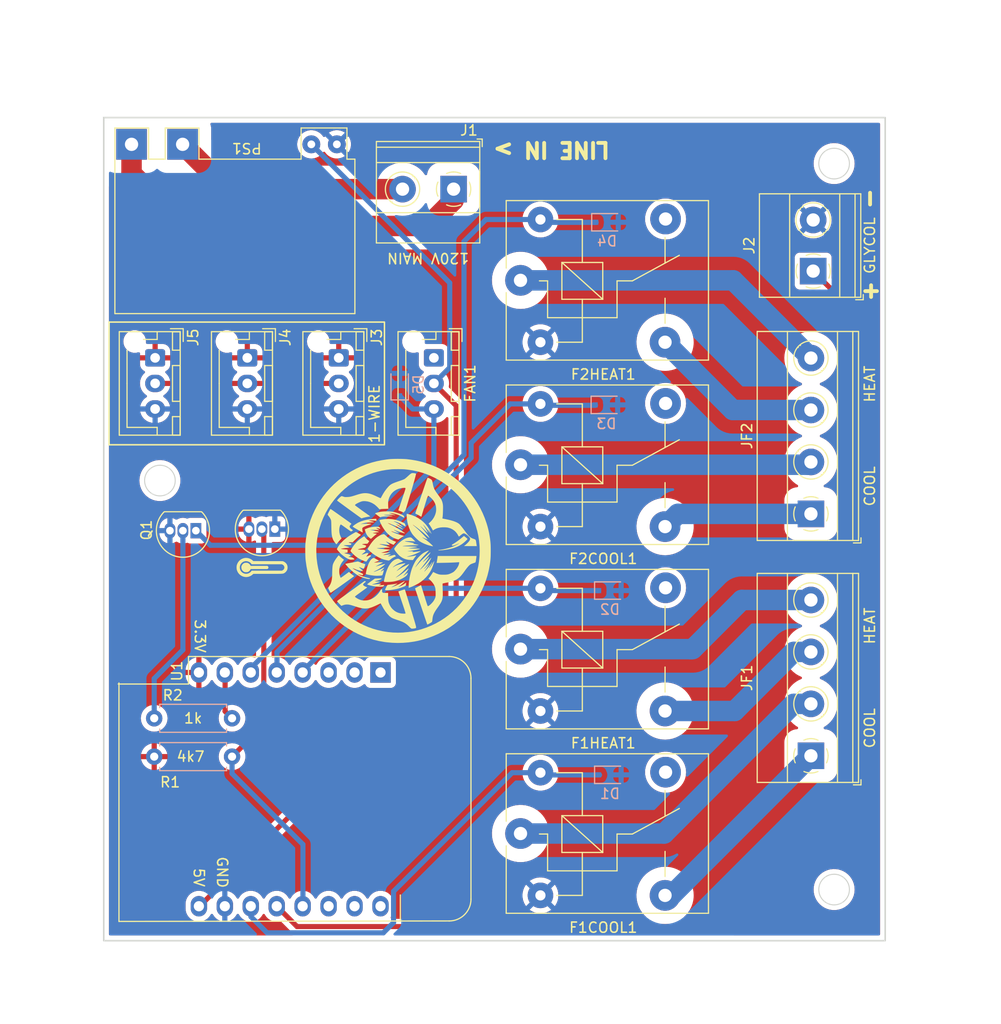
<source format=kicad_pcb>
(kicad_pcb (version 20211014) (generator pcbnew)

  (general
    (thickness 1.6)
  )

  (paper "USLetter")
  (title_block
    (title "DYB Relay Cotnrol Board")
    (date "2023-01-31")
    (rev "1.0")
  )

  (layers
    (0 "F.Cu" signal)
    (31 "B.Cu" signal)
    (32 "B.Adhes" user "B.Adhesive")
    (33 "F.Adhes" user "F.Adhesive")
    (34 "B.Paste" user)
    (35 "F.Paste" user)
    (36 "B.SilkS" user "B.Silkscreen")
    (37 "F.SilkS" user "F.Silkscreen")
    (38 "B.Mask" user)
    (39 "F.Mask" user)
    (40 "Dwgs.User" user "User.Drawings")
    (41 "Cmts.User" user "User.Comments")
    (42 "Eco1.User" user "User.Eco1")
    (43 "Eco2.User" user "User.Eco2")
    (44 "Edge.Cuts" user)
    (45 "Margin" user)
    (46 "B.CrtYd" user "B.Courtyard")
    (47 "F.CrtYd" user "F.Courtyard")
    (48 "B.Fab" user)
    (49 "F.Fab" user)
  )

  (setup
    (stackup
      (layer "F.SilkS" (type "Top Silk Screen"))
      (layer "F.Paste" (type "Top Solder Paste"))
      (layer "F.Mask" (type "Top Solder Mask") (thickness 0.01))
      (layer "F.Cu" (type "copper") (thickness 0.035))
      (layer "dielectric 1" (type "core") (thickness 1.51) (material "FR4") (epsilon_r 4.5) (loss_tangent 0.02))
      (layer "B.Cu" (type "copper") (thickness 0.035))
      (layer "B.Mask" (type "Bottom Solder Mask") (thickness 0.01))
      (layer "B.Paste" (type "Bottom Solder Paste"))
      (layer "B.SilkS" (type "Bottom Silk Screen"))
      (copper_finish "None")
      (dielectric_constraints no)
    )
    (pad_to_mask_clearance 0)
    (pcbplotparams
      (layerselection 0x00310f0_ffffffff)
      (disableapertmacros false)
      (usegerberextensions false)
      (usegerberattributes false)
      (usegerberadvancedattributes false)
      (creategerberjobfile true)
      (svguseinch false)
      (svgprecision 6)
      (excludeedgelayer false)
      (plotframeref false)
      (viasonmask false)
      (mode 1)
      (useauxorigin false)
      (hpglpennumber 1)
      (hpglpenspeed 20)
      (hpglpendiameter 15.000000)
      (dxfpolygonmode true)
      (dxfimperialunits true)
      (dxfusepcbnewfont true)
      (psnegative false)
      (psa4output false)
      (plotreference false)
      (plotvalue true)
      (plotinvisibletext false)
      (sketchpadsonfab false)
      (subtractmaskfromsilk true)
      (outputformat 1)
      (mirror false)
      (drillshape 0)
      (scaleselection 1)
      (outputdirectory "gerber_output/")
    )
  )

  (net 0 "")
  (net 1 "Net-(J2-Pad1)")
  (net 2 "3.3VDC")
  (net 3 "/OWC_BUS")
  (net 4 "unconnected-(F1COOL1-Pad3)")
  (net 5 "unconnected-(F1HEAT1-Pad3)")
  (net 6 "unconnected-(F2COOL1-Pad3)")
  (net 7 "unconnected-(F2HEAT1-Pad3)")
  (net 8 "/NUETRAL")
  (net 9 "/LINE")
  (net 10 "Net-(Q1-Pad2)")
  (net 11 "Net-(D5-Pad1)")
  (net 12 "unconnected-(FAN1-Pad1)")
  (net 13 "GND")
  (net 14 "+5V")
  (net 15 "FAN")
  (net 16 "/Fermenter Control Circuit/F1_C")
  (net 17 "/Fermenter Control Circuit/F1_H")
  (net 18 "/Fermenter Control Circuit/F2_C")
  (net 19 "/Fermenter Control Circuit/F2_H")
  (net 20 "/Fermenter Control Circuit/F1Cout")
  (net 21 "/Fermenter Control Circuit/F1Cin")
  (net 22 "/Fermenter Control Circuit/F1Hout")
  (net 23 "/Fermenter Control Circuit/F1Hin")
  (net 24 "/Fermenter Control Circuit/F2Cout")
  (net 25 "/Fermenter Control Circuit/F2Cin")
  (net 26 "/Fermenter Control Circuit/F2Hout")
  (net 27 "/Fermenter Control Circuit/F2Hin")
  (net 28 "unconnected-(U1-Pad1)")
  (net 29 "unconnected-(U1-Pad2)")
  (net 30 "unconnected-(U1-Pad3)")
  (net 31 "unconnected-(U1-Pad14)")
  (net 32 "unconnected-(U1-Pad15)")
  (net 33 "unconnected-(U1-Pad16)")
  (net 34 "Net-(J3-Pad2)")

  (footprint "TerminalBlock_Phoenix:TerminalBlock_Phoenix_MKDS-1,5-2_1x02_P5.00mm_Horizontal" (layer "F.Cu") (at 138.45 67.515 90))

  (footprint "Custom:Relay_SPDT_SANYOU_SRD_Series_Form_C" (layer "F.Cu") (at 109.8 104.486666))

  (footprint "TerminalBlock_Phoenix:TerminalBlock_Phoenix_MKDS-1,5-2_1x02_P5.00mm_Horizontal" (layer "F.Cu") (at 103.25 59.5 180))

  (footprint "Custom:Relay_SPDT_SANYOU_SRD_Series_Form_C" (layer "F.Cu") (at 109.8 122.52))

  (footprint "Custom:Relay_SPDT_SANYOU_SRD_Series_Form_C" (layer "F.Cu") (at 109.8 86.453333))

  (footprint "LOGO" (layer "F.Cu") (at 84.5 96.5 -90))

  (footprint "TerminalBlock_Phoenix:TerminalBlock_Phoenix_MKDS-1,5-4-5.08_1x04_P5.08mm_Horizontal" (layer "F.Cu") (at 138.23 91.26 90))

  (footprint "Connector_JST:JST_XH_B3B-XH-AM_1x03_P2.50mm_Vertical" (layer "F.Cu") (at 74.03 76 -90))

  (footprint "TerminalBlock_Phoenix:TerminalBlock_Phoenix_MKDS-1,5-4-5.08_1x04_P5.08mm_Horizontal" (layer "F.Cu") (at 138.23 114.92 90))

  (footprint "Connector_JST:JST_XH_B3B-XH-AM_1x03_P2.50mm_Vertical" (layer "F.Cu") (at 92.005 76 -90))

  (footprint "LOGO" (layer "F.Cu")
    (tedit 0) (tstamp 86e90b41-c941-41a6-bbfb-bc4e37fdf90a)
    (at 97.8154 94.869 -90)
    (attr board_only exclude_from_pos_files exclude_from_bom)
    (fp_text reference "G***" (at 0 0 90) (layer "F.SilkS") hide
      (effects (font (size 1.524 1.524) (thickness 0.3)))
      (tstamp cf50d42f-5f93-4ac5-8a88-4553d14fd24f)
    )
    (fp_text value "LOGO" (at 0.75 0 90) (layer "F.SilkS") hide
      (effects (font (size 1.524 1.524) (thickness 0.3)))
      (tstamp a97c45fb-bdbb-4a59-94a0-6037af98e92d)
    )
    (fp_poly (pts
        (xy -3.241377 -0.587684)
        (xy -3.234518 -0.583921)
        (xy -3.242087 -0.565994)
        (xy -3.262719 -0.525429)
        (xy -3.293302 -0.468165)
        (xy -3.330722 -0.400141)
        (xy -3.332407 -0.397119)
        (xy -3.380027 -0.307319)
        (xy -3.429554 -0.206571)
        (xy -3.473883 -0.109655)
        (xy -3.496431 -0.055997)
        (xy -3.548042 0.08746)
        (xy -3.594537 0.243948)
        (xy -3.634128 0.405221)
        (xy -3.665027 0.563033)
        (xy -3.685446 0.709139)
        (xy -3.693596 0.835294)
        (xy -3.693639 0.85335)
        (xy -3.692246 0.87851)
        (xy -3.687918 0.883294)
        (xy -3.679589 0.865058)
        (xy -3.666194 0.821155)
        (xy -3.646667 0.748938)
        (xy -3.637599 0.714221)
        (xy -3.603808 0.590126)
        (xy -3.571433 0.482652)
        (xy -3.541571 0.394739)
        (xy -3.515322 0.32933)
        (xy -3.493785 0.289365)
        (xy -3.478059 0.277788)
        (xy -3.475237 0.279596)
        (xy -3.474971 0.298227)
        (xy -3.481139 0.340081)
        (xy -3.49243 0.396468)
        (xy -3.493721 0.402262)
        (xy -3.50235 0.45591)
        (xy -3.509335 0.529664)
        (xy -3.514703 0.618988)
        (xy -3.518478 0.719346)
        (xy -3.520686 0.826202)
        (xy -3.521351 0.935019)
        (xy -3.520501 1.041261)
        (xy -3.518159 1.140392)
        (xy -3.514351 1.227877)
        (xy -3.509103 1.299178)
        (xy -3.502441 1.349759)
        (xy -3.494388 1.375085)
        (xy -3.488273 1.375711)
        (xy -3.485079 1.358112)
        (xy -3.479946 1.312797)
        (xy -3.473356 1.244797)
        (xy -3.465792 1.159145)
        (xy -3.457738 1.060872)
        (xy -3.456233 1.041724)
        (xy -3.44243 0.87778)
        (xy -3.429157 0.746586)
        (xy -3.416399 0.648057)
        (xy -3.404143 0.582109)
        (xy -3.392374 0.548658)
        (xy -3.381078 0.54762)
        (xy -3.375342 0.559996)
        (xy -3.373074 0.581947)
        (xy -3.370606 0.632208)
        (xy -3.368072 0.706253)
        (xy -3.365608 0.799557)
        (xy -3.363348 0.907592)
        (xy -3.361428 1.025835)
        (xy -3.361423 1.026179)
        (xy -3.359233 1.163931)
        (xy -3.356702 1.273976)
        (xy -3.35346 1.361443)
        (xy -3.349135 1.431464)
        (xy -3.343354 1.489169)
        (xy -3.335747 1.539688)
        (xy -3.325942 1.588151)
        (xy -3.318393 1.620246)
        (xy -3.281564 1.771004)
        (xy -3.464262 2.014299)
        (xy -3.5227 2.091491)
        (xy -3.574769 2.15908)
        (xy -3.617152 2.212857)
        (xy -3.646531 2.248611)
        (xy -3.659516 2.262108)
        (xy -3.669127 2.249334)
        (xy -3.685455 2.211252)
        (xy -3.706049 2.154088)
        (xy -3.724218 2.09792)
        (xy -3.766316 1.952681)
        (xy -3.797214 1.822055)
        (xy -3.819738 1.691588)
        (xy -3.836718 1.54683)
        (xy -3.840855 1.501868)
        (xy -3.853952 1.287374)
        (xy -3.856726 1.068342)
        (xy -3.849538 0.852853)
        (xy -3.832747 0.648988)
        (xy -3.806715 0.464827)
        (xy -3.791051 0.385843)
        (xy -3.763052 0.2729)
        (xy -3.727169 0.149299)
        (xy -3.685516 0.020631)
        (xy -3.640203 -0.107511)
        (xy -3.593343 -0.229537)
        (xy -3.547046 -0.339853)
        (xy -3.503425 -0.432868)
        (xy -3.464591 -0.50299)
        (xy -3.444639 -0.531535)
        (xy -3.413275 -0.56212)
        (xy -3.373922 -0.578884)
        (xy -3.320616 -0.586985)
        (xy -3.272632 -0.589659)
      ) (layer "F.SilkS") (width 0) (fill solid) (tstamp 099d458e-61e8-4334-9bde-82cdad7b1a3d))
    (fp_poly (pts
        (xy -0.984374 -6.640074)
        (xy -0.805168 -6.4471)
        (xy -0.64712 -6.239795)
        (xy -0.50921 -6.01589)
        (xy -0.390418 -5.773116)
        (xy -0.289724 -5.509202)
        (xy -0.206109 -5.22188)
        (xy -0.138554 -4.908879)
        (xy -0.099974 -4.67117)
        (xy -0.083348 -4.546058)
        (xy -0.068964 -4.421045)
        (xy -0.057191 -4.301076)
        (xy -0.048395 -4.191093)
        (xy -0.042943 -4.09604)
        (xy -0.041204 -4.020861)
        (xy -0.043544 -3.970497)
        (xy -0.046743 -3.955057)
        (xy -0.057933 -3.928938)
        (xy -0.065185 -3.932321)
        (xy -0.070697 -3.94901)
        (xy -0.076608 -3.977555)
        (xy -0.085483 -4.030944)
        (xy -0.096106 -4.101452)
        (xy -0.106889 -4.178604)
        (xy -0.14922 -4.438109)
        (xy -0.206616 -4.706318)
        (xy -0.276165 -4.971645)
        (xy -0.354954 -5.222505)
        (xy -0.401711 -5.351522)
        (xy -0.43185 -5.424923)
        (xy -0.47083 -5.512028)
        (xy -0.515435 -5.606433)
        (xy -0.56245 -5.70173)
        (xy -0.608661 -5.791517)
        (xy -0.650851 -5.869386)
        (xy -0.685806 -5.928934)
        (xy -0.707178 -5.960052)
        (xy -0.74026 -6.001099)
        (xy -0.716167 -5.943633)
        (xy -0.698869 -5.903083)
        (xy -0.672752 -5.842685)
        (xy -0.642237 -5.772642)
        (xy -0.627241 -5.738397)
        (xy -0.567966 -5.595994)
        (xy -0.526624 -5.479919)
        (xy -0.503295 -5.390458)
        (xy -0.498064 -5.327895)
        (xy -0.502009 -5.307494)
        (xy -0.526679 -5.270074)
        (xy -0.552954 -5.257202)
        (xy -0.571353 -5.259639)
        (xy -0.5917 -5.275224)
        (xy -0.617624 -5.308326)
        (xy -0.652748 -5.363311)
        (xy -0.682421 -5.413181)
        (xy -0.765618 -5.547528)
        (xy -0.866312 -5.697734)
        (xy -0.978979 -5.856242)
        (xy -1.098097 -6.015495)
        (xy -1.218143 -6.167932)
        (xy -1.333592 -6.305997)
        (xy -1.341407 -6.314983)
        (xy -1.38595 -6.36728)
        (xy -1.420872 -6.410609)
        (xy -1.441413 -6.438938)
        (xy -1.444861 -6.446082)
        (xy -1.434966 -6.465974)
        (xy -1.408639 -6.504309)
        (xy -1.370916 -6.554682)
        (xy -1.326831 -6.610685)
        (xy -1.28142 -6.665915)
        (xy -1.239719 -6.713966)
        (xy -1.20847 -6.746797)
        (xy -1.150306 -6.802902)
      ) (layer "F.SilkS") (width 0) (fill solid) (tstamp 0e43dd82-b890-4fc9-8e8c-96ad1fb26190))
    (fp_poly (pts
        (xy 0.519649 2.658988)
        (xy 0.555785 2.6943)
        (xy 0.580918 2.727564)
        (xy 0.623396 2.776675)
        (xy 0.686915 2.836707)
        (xy 0.764316 2.901747)
        (xy 0.848446 2.965883)
        (xy 0.932146 3.023204)
        (xy 0.959167 3.040049)
        (xy 1.015688 3.078692)
        (xy 1.044616 3.1104)
        (xy 1.050342 3.130311)
        (xy 1.043956 3.171412)
        (xy 1.025638 3.235911)
        (xy 0.997731 3.317635)
        (xy 0.962578 3.41041)
        (xy 0.922521 3.508061)
        (xy 0.879902 3.604413)
        (xy 0.837065 3.693294)
        (xy 0.835789 3.695804)
        (xy 0.696564 3.937845)
        (xy 0.532925 4.1635)
        (xy 0.372064 4.346273)
        (xy 0.291221 4.428771)
        (xy 0.213669 4.503787)
        (xy 0.143184 4.568009)
        (xy 0.08354 4.618121)
        (xy 0.038514 4.650812)
        (xy 0.011879 4.662768)
        (xy 0.011462 4.662772)
        (xy -0.011708 4.655147)
        (xy -0.054552 4.635212)
        (xy -0.10831 4.60708)
        (xy -0.114932 4.60343)
        (xy -0.35561 4.456971)
        (xy -0.584201 4.292126)
        (xy -0.794596 4.113825)
        (xy -0.980686 3.926995)
        (xy -1.045262 3.852993)
        (xy -1.108887 3.774468)
        (xy -1.173857 3.689738)
        (xy -1.23695 3.603506)
        (xy -1.294945 3.520476)
        (xy -1.344619 3.445353)
        (xy -1.382751 3.382841)
        (xy -1.406118 3.337644)
        (xy -1.412023 3.317515)
        (xy -1.397427 3.288834)
        (xy -1.357481 3.25553)
        (xy -1.341364 3.245486)
        (xy -1.289771 3.208188)
        (xy -1.226253 3.152005)
        (xy -1.158201 3.084605)
        (xy -1.093006 3.013658)
        (xy -1.038058 2.946835)
        (xy -1.001033 2.892309)
        (xy -0.9757 2.852228)
        (xy -0.954776 2.827676)
        (xy -0.948041 2.824046)
        (xy -0.928957 2.832994)
        (xy -0.890185 2.856947)
        (xy -0.838575 2.891568)
        (xy -0.811897 2.910245)
        (xy -0.753589 2.952733)
        (xy -0.717426 2.983389)
        (xy -0.698104 3.00841)
        (xy -0.69032 3.033992)
        (xy -0.688934 3.05391)
        (xy -0.685755 3.136394)
        (xy -0.680526 3.224211)
        (xy -0.673858 3.310845)
        (xy -0.666361 3.389779)
        (xy -0.658642 3.454496)
        (xy -0.651313 3.49848)
        (xy -0.645832 3.514711)
        (xy -0.633788 3.508992)
        (xy -0.61867 3.473457)
        (xy -0.603507 3.418564)
        (xy -0.579876 3.329647)
        (xy -0.554397 3.249788)
        (xy -0.529239 3.184526)
        (xy -0.506573 3.139399)
        (xy -0.488567 3.119947)
        (xy -0.486392 3.119586)
        (xy -0.455589 3.129392)
        (xy -0.411783 3.153982)
        (xy -0.365361 3.186116)
        (xy -0.326715 3.218551)
        (xy -0.306235 3.244048)
        (xy -0.305715 3.245501)
        (xy -0.29898 3.272672)
        (xy -0.28745 3.324667)
        (xy -0.272721 3.394099)
        (xy -0.256388 3.473582)
        (xy -0.255828 3.47635)
        (xy -0.231157 3.593368)
        (xy -0.206735 3.699972)
        (xy -0.183675 3.792017)
        (xy -0.163087 3.865358)
        (xy -0.146083 3.91585)
        (xy -0.133773 3.93935)
        (xy -0.131383 3.94053)
        (xy -0.126897 3.924982)
        (xy -0.122298 3.881816)
        (xy -0.117939 3.81625)
        (xy -0.114174 3.733499)
        (xy -0.111597 3.649095)
        (xy -0.107933 3.530778)
        (xy -0.103085 3.440739)
        (xy -0.096622 3.374424)
        (xy -0.088113 3.32728)
        (xy -0.0783 3.297366)
        (xy -0.046655 3.245615)
        (xy -0.00671 3.208412)
        (xy 0.033582 3.191975)
        (xy 0.053603 3.19426)
        (xy 0.072415 3.210112)
        (xy 0.106945 3.2471)
        (xy 0.152893 3.300332)
        (xy 0.205956 3.364916)
        (xy 0.228315 3.392965)
        (xy 0.280603 3.458335)
        (xy 0.324898 3.512185)
        (xy 0.357688 3.55037)
        (xy 0.375465 3.568743)
        (xy 0.377634 3.569353)
        (xy 0.372574 3.540436)
        (xy 0.359021 3.488494)
        (xy 0.339412 3.421469)
        (xy 0.316186 3.347298)
        (xy 0.291783 3.273924)
        (xy 0.268641 3.209285)
        (xy 0.260793 3.188939)
        (xy 0.22839 3.092098)
        (xy 0.215385 3.015416)
        (xy 0.221661 2.96067)
        (xy 0.2471 2.929637)
        (xy 0.2783 2.922987)
        (xy 0.301679 2.932608)
        (xy 0.343903 2.958143)
        (xy 0.39802 2.995189)
        (xy 0.433772 3.021461)
        (xy 0.489247 3.062164)
        (xy 0.534387 3.093163)
        (xy 0.563311 3.110539)
        (xy 0.570648 3.112653)
        (xy 0.567244 3.095794)
        (xy 0.552625 3.055721)
        (xy 0.529332 2.999038)
        (xy 0.509046 2.952609)
        (xy 0.467662 2.851528)
        (xy 0.444952 2.773997)
        (xy 0.440402 2.716919)
        (xy 0.453499 2.677193)
        (xy 0.461762 2.667206)
        (xy 0.489689 2.650656)
      ) (layer "F.SilkS") (width 0) (fill solid) (tstamp 0eb5b10a-3fa9-45ff-b6a1-b44b33a7a39c))
    (fp_poly (pts
        (xy 0.046642 -2.215319)
        (xy 0.06716 -2.184072)
        (xy 0.096694 -2.131718)
        (xy 0.133045 -2.06269)
        (xy 0.174013 -1.981422)
        (xy 0.217399 -1.892346)
        (xy 0.261003 -1.799896)
        (xy 0.302626 -1.708505)
        (xy 0.340068 -1.622605)
        (xy 0.368056 -1.554461)
        (xy 0.399236 -1.472147)
        (xy 0.428089 -1.387946)
        (xy 0.456381 -1.295798)
        (xy 0.485879 -1.189641)
        (xy 0.518349 -1.063412)
        (xy 0.555512 -0.911248)
        (xy 0.571267 -0.845573)
        (xy 0.572964 -0.920139)
        (xy 0.570881 -0.983597)
        (xy 0.563059 -1.072106)
        (xy 0.550451 -1.178571)
        (xy 0.534012 -1.295894)
        (xy 0.514694 -1.416979)
        (xy 0.493453 -1.53473)
        (xy 0.483825 -1.583256)
        (xy 0.468766 -1.658847)
        (xy 0.457052 -1.721656)
        (xy 0.449809 -1.765333)
        (xy 0.448166 -1.783526)
        (xy 0.448244 -1.783647)
        (xy 0.462166 -1.776245)
        (xy 0.495381 -1.752592)
        (xy 0.541716 -1.717165)
        (xy 0.561123 -1.70183)
        (xy 0.630731 -1.648254)
        (xy 0.711073 -1.589211)
        (xy 0.785308 -1.537065)
        (xy 0.788516 -1.534888)
        (xy 0.907561 -1.454291)
        (xy 0.89831 -1.215607)
        (xy 0.878624 -0.988845)
        (xy 0.836716 -0.782238)
        (xy 0.770549 -0.590039)
        (xy 0.678088 -0.406503)
        (xy 0.557295 -0.225882)
        (xy 0.539043 -0.201845)
        (xy 0.479311 -0.131174)
        (xy 0.405075 -0.05412)
        (xy 0.320656 0.025852)
        (xy 0.230372 0.105273)
        (xy 0.138543 0.180677)
        (xy 0.049488 0.248598)
        (xy -0.032474 0.305568)
        (xy -0.103023 0.348121)
        (xy -0.15784 0.372789)
        (xy -0.18287 0.377591)
        (xy -0.209799 0.368787)
        (xy -0.253245 0.3458)
        (xy -0.297802 0.317578)
        (xy -0.477018 0.183108)
        (xy -0.64978 0.030034)
        (xy -0.810944 -0.135985)
        (xy -0.955368 -0.309288)
        (xy -1.077907 -0.484214)
        (xy -1.163816 -0.63552)
        (xy -1.219366 -0.760018)
        (xy -1.262779 -0.884735)
        (xy -1.292981 -1.004201)
        (xy -1.308895 -1.112942)
        (xy -1.309446 -1.205486)
        (xy -1.293559 -1.276362)
        (xy -1.290937 -1.282232)
        (xy -1.269931 -1.31352)
        (xy -1.23003 -1.361868)
        (xy -1.176142 -1.421719)
        (xy -1.113178 -1.487514)
        (xy -1.081623 -1.519132)
        (xy -0.899205 -1.699354)
        (xy -0.908813 -1.60905)
        (xy -0.92143 -1.476577)
        (xy -0.931547 -1.342176)
        (xy -0.939116 -1.209822)
        (xy -0.944088 -1.083489)
        (xy -0.946414 -0.967152)
        (xy -0.946046 -0.864786)
        (xy -0.942934 -0.780366)
        (xy -0.937031 -0.717867)
        (xy -0.928287 -0.681263)
        (xy -0.920282 -0.673174)
        (xy -0.912619 -0.68815)
        (xy -0.904468 -0.727457)
        (xy -0.897567 -0.782662)
        (xy -0.897442 -0.784002)
        (xy -0.889362 -0.849131)
        (xy -0.875617 -0.937419)
        (xy -0.857753 -1.040725)
        (xy -0.837321 -1.150905)
        (xy -0.815868 -1.259818)
        (xy -0.794944 -1.359321)
        (xy -0.776097 -1.441273)
        (xy -0.763112 -1.490226)
        (xy -0.746596 -1.537666)
        (xy -0.731068 -1.568896)
        (xy -0.723047 -1.576213)
        (xy -0.712285 -1.561538)
        (xy -0.700129 -1.52381)
        (xy -0.692795 -1.490013)
        (xy -0.68383 -1.443216)
        (xy -0.678809 -1.426686)
        (xy -0.676274 -1.4383)
        (xy -0.675124 -1.464292)
        (xy -0.671294 -1.505406)
        (xy -0.662495 -1.567906)
        (xy -0.650057 -1.644624)
        (xy -0.635306 -1.728388)
        (xy -0.61957 -1.81203)
        (xy -0.604177 -1.888378)
        (xy -0.590455 -1.950263)
        (xy -0.579732 -1.990514)
        (xy -0.57585 -2.000394)
        (xy -0.568562 -2.001439)
        (xy -0.561891 -1.976575)
        (xy -0.555759 -1.924666)
        (xy -0.550087 -1.844578)
        (xy -0.544798 -1.735177)
        (xy -0.539811 -1.595327)
        (xy -0.53505 -1.423895)
        (xy -0.534554 -1.403814)
        (xy -0.527552 -1.191431)
        (xy -0.517344 -0.990161)
        (xy -0.504307 -0.805278)
        (xy -0.48882 -0.642058)
        (xy -0.471261 -0.505776)
        (xy -0.469206 -0.492567)
        (xy -0.46387 -0.461256)
        (xy -0.459459 -0.442695)
        (xy -0.455793 -0.439325)
        (xy -0.452697 -0.453585)
        (xy -0.449992 -0.487917)
        (xy -0.447503 -0.544759)
        (xy -0.445052 -0.626552)
        (xy -0.442461 -0.735737)
        (xy -0.439555 -0.874753)
        (xy -0.438822 -0.911248)
        (xy -0.433822 -1.113752)
        (xy -0.427386 -1.296152)
        (xy -0.419651 -1.456699)
        (xy -0.410757 -1.593646)
        (xy -0.400842 -1.705243)
        (xy -0.390043 -1.789742)
        (xy -0.3785 -1.845396)
        (xy -0.36635 -1.870456)
        (xy -0.362837 -1.871752)
        (xy -0.356974 -1.856352)
        (xy -0.348629 -1.813872)
        (xy -0.338704 -1.749898)
        (xy -0.328104 -1.670013)
        (xy -0.322319 -1.621364)
        (xy -0.309408 -1.512459)
        (xy -0.294653 -1.394516)
        (xy -0.279761 -1.280838)
        (xy -0.266442 -1.18473)
        (xy -0.264875 -1.17395)
        (xy -0.236038 -0.976924)
        (xy -0.223255 -1.543375)
        (xy -0.219883 -1.677284)
        (xy -0.21609 -1.801239)
        (xy -0.212048 -1.911291)
        (xy -0.207931 -2.003491)
        (xy -0.20391 -2.073892)
        (xy -0.200159 -2.118544)
        (xy -0.197487 -2.133039)
        (xy -0.186922 -2.132234)
        (xy -0.17235 -2.102398)
        (xy -0.154513 -2.046994)
        (xy -0.134152 -1.969483)
        (xy -0.112008 -1.873328)
        (xy -0.088822 -1.761991)
        (xy -0.065335 -1.638934)
        (xy -0.042288 -1.507619)
        (xy -0.020422 -1.371508)
        (xy -0.000478 -1.234064)
        (xy 0.007058 -1.177456)
        (xy 0.045748 -0.87841)
        (xy 0.048024 -1.198578)
        (xy 0.049029 -1.308434)
        (xy 0.050479 -1.389137)
        (xy 0.052713 -1.444375)
        (xy 0.056067 -1.477834)
        (xy 0.06088 -1.493199)
        (xy 0.067487 -1.494156)
        (xy 0.074407 -1.486875)
        (xy 0.093656 -1.449164)
        (xy 0.098513 -1.424336)
        (xy 0.104902 -1.403339)
        (xy 0.113723 -1.403067)
        (xy 0.120674 -1.423257)
        (xy 0.122878 -1.465715)
        (xy 0.120925 -1.506654)
        (xy 0.102387 -1.699176)
        (xy 0.080672 -1.880933)
        (xy 0.057074 -2.041168)
        (xy 0.055834 -2.048629)
        (xy 0.045402 -2.117222)
        (xy 0.03863 -2.174483)
        (xy 0.036413 -2.212074)
        (xy 0.037339 -2.221027)
      ) (layer "F.SilkS") (width 0) (fill solid) (tstamp 23078290-98da-4ea6-82cd-d106a6330bd4))
    (fp_poly (pts
        (xy -0.446615 -3.413356)
        (xy -0.445142 -3.387858)
        (xy -0.452486 -3.33777)
        (xy -0.46795 -3.25999)
        (xy -0.476401 -3.219729)
        (xy -0.524836 -3.027463)
        (xy -0.590094 -2.824336)
        (xy -0.668531 -2.619239)
        (xy -0.756503 -2.421059)
        (xy -0.850365 -2.238686)
        (xy -0.938189 -2.093407)
        (xy -0.996641 -2.014403)
        (xy -1.075621 -1.921053)
        (xy -1.169524 -1.818902)
        (xy -1.27275 -1.71349)
        (xy -1.379694 -1.610361)
        (xy -1.484753 -1.515058)
        (xy -1.582326 -1.433124)
        (xy -1.666809 -1.370101)
        (xy -1.674725 -1.364784)
        (xy -1.918149 -1.221472)
        (xy -2.18339 -1.09865)
        (xy -2.465535 -0.997736)
        (xy -2.75967 -0.920148)
        (xy -3.06088 -0.867306)
        (xy -3.364251 -0.840626)
        (xy -3.501325 -0.837533)
        (xy -3.560144 -0.838225)
        (xy -3.593371 -0.84213)
        (xy -3.60824 -0.851652)
        (xy -3.611987 -0.869193)
        (xy -3.612037 -0.874306)
        (xy -3.606563 -0.922283)
        (xy -3.591442 -0.994906)
        (xy -3.568316 -1.085982)
        (xy -3.538828 -1.189321)
        (xy -3.504618 -1.29873)
        (xy -3.480349 -1.370977)
        (xy -3.359852 -1.670298)
        (xy -3.211906 -1.952035)
        (xy -3.037492 -2.214986)
        (xy -2.837596 -2.457948)
        (xy -2.613199 -2.679721)
        (xy -2.365285 -2.879102)
        (xy -2.109943 -3.046053)
        (xy -2.024905 -3.094566)
        (xy -1.937155 -3.14197)
        (xy -1.852328 -3.185497)
        (xy -1.776061 -3.22238)
        (xy -1.713991 -3.24985)
        (xy -1.671752 -3.265139)
        (xy -1.65937 -3.267357)
        (xy -1.663104 -3.258968)
        (xy -1.690339 -3.235875)
        (xy -1.736991 -3.201193)
        (xy -1.798978 -3.158033)
        (xy -1.8309 -3.1366)
        (xy -1.936091 -3.065947)
        (xy -2.013444 -3.012202)
        (xy -2.063154 -2.975171)
        (xy -2.085417 -2.954663)
        (xy -2.080428 -2.950487)
        (xy -2.048384 -2.962449)
        (xy -1.98948 -2.990358)
        (xy -1.970265 -2.999964)
        (xy -1.867484 -3.051344)
        (xy -1.793104 -3.087379)
        (xy -1.746477 -3.10803)
        (xy -1.726951 -3.113258)
        (xy -1.733876 -3.103023)
        (xy -1.766601 -3.077287)
        (xy -1.824477 -3.03601)
        (xy -1.884066 -2.994784)
        (xy -2.033 -2.890239)
        (xy -2.170622 -2.789272)
        (xy -2.293108 -2.694864)
        (xy -2.396635 -2.609996)
        (xy -2.47738 -2.53765)
        (xy -2.503878 -2.511408)
        (xy -2.602392 -2.409736)
        (xy -2.497403 -2.485956)
        (xy -2.431664 -2.531606)
        (xy -2.352418 -2.583347)
        (xy -2.264002 -2.638691)
        (xy -2.170751 -2.695149)
        (xy -2.077 -2.750232)
        (xy -1.987084 -2.80145)
        (xy -1.905339 -2.846315)
        (xy -1.836099 -2.882338)
        (xy -1.783701 -2.907029)
        (xy -1.752479 -2.9179)
        (xy -1.746094 -2.917308)
        (xy -1.75481 -2.903903)
        (xy -1.783322 -2.870444)
        (xy -1.828493 -2.820378)
        (xy -1.887185 -2.757153)
        (xy -1.956261 -2.684218)
        (xy -1.992524 -2.646421)
        (xy -2.093575 -2.540549)
        (xy -2.184752 -2.443099)
        (xy -2.263791 -2.35662)
        (xy -2.32843 -2.283658)
        (xy -2.376406 -2.226761)
        (xy -2.405455 -2.188476)
        (xy -2.413575 -2.172471)
        (xy -2.4026 -2.179091)
        (xy -2.372871 -2.204378)
        (xy -2.329185 -2.244108)
        (xy -2.286328 -2.284488)
        (xy -2.206218 -2.358523)
        (xy -2.114631 -2.438956)
        (xy -2.014728 -2.523389)
        (xy -1.909671 -2.609426)
        (xy -1.80262 -2.69467)
        (xy -1.696738 -2.776725)
        (xy -1.595186 -2.853193)
        (xy -1.501124 -2.921678)
        (xy -1.417714 -2.979783)
        (xy -1.348117 -3.025112)
        (xy -1.295494 -3.055267)
        (xy -1.263007 -3.067852)
        (xy -1.254915 -3.066465)
        (xy -1.263439 -3.052759)
        (xy -1.291136 -3.017558)
        (xy -1.335413 -2.96395)
        (xy -1.393673 -2.895027)
        (xy -1.463322 -2.813878)
        (xy -1.541765 -2.723591)
        (xy -1.570153 -2.691162)
        (xy -1.732559 -2.503895)
        (xy -1.886892 -2.321827)
        (xy -2.03002 -2.148782)
        (xy -2.158813 -1.988585)
        (xy -2.270137 -1.845061)
        (xy -2.341771 -1.748611)
        (xy -2.394138 -1.675383)
        (xy -2.444193 -1.603681)
        (xy -2.488696 -1.538346)
        (xy -2.524405 -1.484218)
        (xy -2.548083 -1.446139)
        (xy -2.556487 -1.428948)
        (xy -2.556067 -1.428443)
        (xy -2.543853 -1.440414)
        (xy -2.515033 -1.473173)
        (xy -2.473664 -1.521988)
        (xy -2.423804 -1.582127)
        (xy -2.41347 -1.594731)
        (xy -2.353909 -1.665692)
        (xy -2.279347 -1.751792)
        (xy -2.197412 -1.844373)
        (xy -2.11573 -1.934777)
        (xy -2.074795 -1.979228)
        (xy -2.002776 -2.055166)
        (xy -1.919799 -2.139907)
        (xy -1.828737 -2.230763)
        (xy -1.732466 -2.325046)
        (xy -1.633859 -2.420068)
        (xy -1.535791 -2.513142)
        (xy -1.441136 -2.60158)
        (xy -1.352769 -2.682694)
        (xy -1.273564 -2.753797)
        (xy -1.206395 -2.8122)
        (xy -1.154137 -2.855217)
        (xy -1.119664 -2.880159)
        (xy -1.106209 -2.884922)
        (xy -1.108562 -2.866931)
        (xy -1.122616 -2.826255)
        (xy -1.145819 -2.769791)
        (xy -1.163304 -2.730693)
        (xy -1.201054 -2.646229)
        (xy -1.23625 -2.563045)
        (xy -1.266754 -2.486709)
        (xy -1.290425 -2.42279)
        (xy -1.305124 -2.376857)
        (xy -1.308713 -2.354479)
        (xy -1.308201 -2.353537)
        (xy -1.297942 -2.36394)
        (xy -1.275748 -2.397298)
        (xy -1.24539 -2.447726)
        (xy -1.225234 -2.483)
        (xy -1.152686 -2.601175)
        (xy -1.060274 -2.734382)
        (xy -0.953073 -2.876293)
        (xy -0.836162 -3.020581)
        (xy -0.714617 -3.160918)
        (xy -0.593514 -3.290976)
        (xy -0.510899 -3.373307)
        (xy -0.478797 -3.40298)
        (xy -0.457602 -3.417363)
      ) (layer "F.SilkS") (width 0) (fill solid) (tstamp 25878806-2759-47fd-b3dd-2e18230e6f1f))
    (fp_poly (pts
        (xy -1.997993 4.430909)
        (xy -1.994254 4.433626)
        (xy -1.972896 4.458494)
        (xy -1.945188 4.499334)
        (xy -1.917551 4.545446)
        (xy -1.896406 4.586127)
        (xy -1.888171 4.610426)
        (xy -1.897408 4.627251)
        (xy -1.923512 4.667167)
        (xy -1.96407 4.726681)
        (xy -2.016671 4.802302)
        (xy -2.078901 4.890538)
        (xy -2.148348 4.987896)
        (xy -2.164048 5.009765)
        (xy -2.264734 5.149932)
        (xy -2.34779 5.265904)
        (xy -2.41478 5.36013)
        (xy -2.46727 5.435056)
        (xy -2.506827 5.49313)
        (xy -2.535016 5.5368)
        (xy -2.553404 5.568512)
        (xy -2.563555 5.590716)
        (xy -2.567036 5.605857)
        (xy -2.565412 5.616384)
        (xy -2.560251 5.624744)
        (xy -2.558713 5.626634)
        (xy -2.51525 5.660055)
        (xy -2.445509 5.6914)
        (xy -2.356047 5.719015)
        (xy -2.253422 5.741242)
        (xy -2.144192 5.756424)
        (xy -2.034913 5.762905)
        (xy -2.018859 5.763025)
        (xy -1.801441 5.747867)
        (xy -1.593668 5.702906)
        (xy -1.398929 5.628913)
        (xy -1.372532 5.616097)
        (xy -1.209899 5.534874)
        (xy -1.061491 5.674579)
        (xy -0.985816 5.743392)
        (xy -0.900392 5.817271)
        (xy -0.817592 5.885673)
        (xy -0.769577 5.923316)
        (xy -0.71252 5.968361)
        (xy -0.667799 6.006933)
        (xy -0.640402 6.034507)
        (xy -0.634446 6.045898)
        (xy -0.650107 6.060804)
        (xy -0.686342 6.091085)
        (xy -0.737607 6.132212)
        (xy -0.793115 6.175604)
        (xy -0.909878 6.26072)
        (xy -1.015807 6.32574)
        (xy -1.120752 6.376072)
        (xy -1.231416 6.416126)
        (xy -1.312027 6.440568)
        (xy -1.388653 6.461026)
        (xy -1.465411 6.477935)
        (xy -1.546423 6.491731)
        (xy -1.635808 6.502849)
        (xy -1.737685 6.511724)
        (xy -1.856175 6.518793)
        (xy -1.995398 6.524489)
        (xy -2.159473 6.529249)
        (xy -2.33969 6.533252)
        (xy -2.498481 6.53655)
        (xy -2.628033 6.539585)
        (xy -2.731941 6.542599)
        (xy -2.813798 6.545835)
        (xy -2.8772 6.549535)
        (xy -2.925742 6.55394)
        (xy -2.963017 6.559294)
        (xy -2.99262 6.565837)
        (xy -3.018147 6.573813)
        (xy -3.034759 6.580079)
        (xy -3.135151 6.626263)
        (xy -3.239692 6.685374)
        (xy -3.337048 6.750362)
        (xy -3.415885 6.814175)
        (xy -3.425162 6.822965)
        (xy -3.47601 6.866216)
        (xy -3.5193 6.89149)
        (xy -3.538277 6.895927)
        (xy -3.565107 6.888686)
        (xy -3.615291 6.86864)
        (xy -3.683139 6.838306)
        (xy -3.762963 6.8002)
        (xy -3.825998 6.768681)
        (xy -3.908717 6.725625)
        (xy -3.980801 6.686398)
        (xy -4.037265 6.653851)
        (xy -4.073123 6.630835)
        (xy -4.083555 6.621403)
        (xy -4.07777 6.6008)
        (xy -4.056175 6.559608)
        (xy -4.022211 6.503838)
        (xy -3.980214 6.440795)
        (xy -3.913445 6.344808)
        (xy -3.829838 6.225287)
        (xy -3.73164 6.085423)
        (xy -3.621101 5.928403)
        (xy -3.500469 5.757415)
        (xy -3.371992 5.575647)
        (xy -3.23792 5.386287)
        (xy -3.1005 5.192525)
        (xy -3.000281 5.051422)
        (xy -2.908066 4.921808)
        (xy -2.832898 4.816685)
        (xy -2.77288 4.733726)
        (xy -2.72611 4.670602)
        (xy -2.69069 4.624986)
        (xy -2.66472 4.594549)
        (xy -2.646301 4.576963)
        (xy -2.633534 4.5699)
        (xy -2.624518 4.571032)
        (xy -2.617355 4.57803)
        (xy -2.615806 4.580173)
        (xy -2.576604 4.624498)
        (xy -2.523748 4.66953)
        (xy -2.466444 4.708874)
        (xy -2.413896 4.736135)
        (xy -2.378447 4.745054)
        (xy -2.313829 4.73294)
        (xy -2.2476 4.695389)
        (xy -2.177549 4.63059)
        (xy -2.101462 4.536734)
        (xy -2.070567 4.493162)
        (xy -2.037722 4.449044)
        (xy -2.015288 4.429664)
      ) (layer "F.SilkS") (width 0) (fill solid) (tstamp 263f877c-ae54-4d0a-b969-cba5dd050097))
    (fp_poly (pts
        (xy 1.020536 -3.542966)
        (xy 1.028228 -3.540833)
        (xy 1.057157 -3.532539)
        (xy 1.108793 -3.518013)
        (xy 1.174194 -3.499766)
        (xy 1.207943 -3.490397)
        (xy 1.450806 -3.415578)
        (xy 1.673909 -3.330428)
        (xy 1.830705 -3.259462)
        (xy 2.103177 -3.109851)
        (xy 2.360648 -2.931534)
        (xy 2.601936 -2.725591)
        (xy 2.825861 -2.493104)
        (xy 3.03124 -2.235154)
        (xy 3.16429 -2.038516)
        (xy 3.216627 -1.950652)
        (xy 3.274067 -1.845631)
        (xy 3.334045 -1.728995)
        (xy 3.393998 -1.606288)
        (xy 3.451362 -1.483055)
        (xy 3.503572 -1.364837)
        (xy 3.548066 -1.25718)
        (xy 3.582278 -1.165627)
        (xy 3.603645 -1.095722)
        (xy 3.606782 -1.081768)
        (xy 3.616257 -1.03439)
        (xy 3.445912 -1.036609)
        (xy 3.352127 -1.03913)
        (xy 3.249665 -1.04393)
        (xy 3.1561 -1.050127)
        (xy 3.127796 -1.052548)
        (xy 2.913591 -1.077735)
        (xy 2.684974 -1.114126)
        (xy 2.45053 -1.159825)
        (xy 2.218844 -1.212939)
        (xy 1.998502 -1.271575)
        (xy 1.798087 -1.333836)
        (xy 1.707563 -1.365911)
        (xy 1.554023 -1.427358)
        (xy 1.393397 -1.499288)
        (xy 1.235129 -1.57704)
        (xy 1.088666 -1.655952)
        (xy 1.071125 -1.666516)
        (xy 1.641888 -1.666516)
        (xy 1.650097 -1.658307)
        (xy 1.658307 -1.666516)
        (xy 1.650097 -1.674726)
        (xy 1.641888 -1.666516)
        (xy 1.071125 -1.666516)
        (xy 0.963452 -1.731361)
        (xy 0.952016 -1.738824)
        (xy 0.806186 -1.844985)
        (xy 0.65671 -1.972125)
        (xy 0.511665 -2.112332)
        (xy 0.37913 -2.257691)
        (xy 0.267182 -2.400289)
        (xy 0.246465 -2.429994)
        (xy 0.207926 -2.491183)
        (xy 0.1657 -2.565741)
        (xy 0.122253 -2.648371)
        (xy 0.080051 -2.733772)
        (xy 0.041559 -2.816647)
        (xy 0.009243 -2.891696)
        (xy -0.014432 -2.953622)
        (xy -0.026999 -2.997123)
        (xy -0.026443 -3.016522)
        (xy -0.01294 -3.007869)
        (xy 0.020871 -2.979451)
        (xy 0.071645 -2.934279)
        (xy 0.136035 -2.875365)
        (xy 0.210693 -2.805719)
        (xy 0.265638 -2.753747)
        (xy 0.417546 -2.610439)
        (xy 0.552015 -2.486259)
        (xy 0.674273 -2.376577)
        (xy 0.789548 -2.276763)
        (xy 0.903067 -2.182187)
        (xy 0.991805 -2.110628)
        (xy 1.070583 -2.049855)
        (xy 1.163059 -1.981601)
        (xy 1.262207 -1.910763)
        (xy 1.361004 -1.84224)
        (xy 1.452425 -1.780931)
        (xy 1.529446 -1.731734)
        (xy 1.568003 -1.708829)
        (xy 1.633678 -1.671664)
        (xy 1.591239 -1.710137)
        (xy 1.562725 -1.734991)
        (xy 1.515134 -1.775413)
        (xy 1.454749 -1.826106)
        (xy 1.38785 -1.881774)
        (xy 1.377794 -1.8901)
        (xy 1.151578 -2.087296)
        (xy 0.91697 -2.311632)
        (xy 0.672473 -2.564564)
        (xy 0.579593 -2.665258)
        (xy 0.458764 -2.79893)
        (xy 0.356897 -2.914008)
        (xy 0.27471 -3.009628)
        (xy 0.21292 -3.084927)
        (xy 0.172242 -3.139039)
        (xy 0.153393 -3.171103)
        (xy 0.152978 -3.179524)
        (xy 0.170887 -3.175268)
        (xy 0.210252 -3.152122)
        (xy 0.267721 -3.112709)
        (xy 0.339941 -3.059653)
        (xy 0.423559 -2.995578)
        (xy 0.515221 -2.923105)
        (xy 0.611576 -2.84486)
        (xy 0.709271 -2.763464)
        (xy 0.804951 -2.681542)
        (xy 0.895266 -2.601717)
        (xy 0.919457 -2.579806)
        (xy 0.99504 -2.51173)
        (xy 1.048681 -2.465393)
        (xy 1.081942 -2.439605)
        (xy 1.096383 -2.433169)
        (xy 1.093566 -2.444894)
        (xy 1.091846 -2.447981)
        (xy 1.063153 -2.489412)
        (xy 1.012232 -2.552599)
        (xy 0.938771 -2.637905)
        (xy 0.842462 -2.745693)
        (xy 0.768312 -2.827055)
        (xy 0.705565 -2.896362)
        (xy 0.652032 -2.957175)
        (xy 0.611111 -3.005496)
        (xy 0.586198 -3.037325)
        (xy 0.580216 -3.04852)
        (xy 0.60116 -3.047216)
        (xy 0.644814 -3.027446)
        (xy 0.708264 -2.991285)
        (xy 0.788599 -2.940809)
        (xy 0.882906 -2.878092)
        (xy 0.988273 -2.805207)
        (xy 1.101788 -2.724231)
        (xy 1.220539 -2.637237)
        (xy 1.341613 -2.546299)
        (xy 1.462099 -2.453493)
        (xy 1.579084 -2.360893)
        (xy 1.689655 -2.270573)
        (xy 1.781448 -2.192804)
        (xy 1.827829 -2.153798)
        (xy 1.860049 -2.128911)
        (xy 1.874159 -2.121049)
        (xy 1.871898 -2.126245)
        (xy 1.79438 -2.221256)
        (xy 1.691956 -2.332364)
        (xy 1.566971 -2.457348)
        (xy 1.421772 -2.593984)
        (xy 1.258704 -2.740048)
        (xy 1.080113 -2.893319)
        (xy 0.939303 -3.010101)
        (xy 0.858441 -3.077122)
        (xy 0.788155 -3.1371)
        (xy 0.731782 -3.187043)
        (xy 0.692659 -3.223956)
        (xy 0.674125 -3.244847)
        (xy 0.673667 -3.248366)
        (xy 0.697895 -3.244027)
        (xy 0.744964 -3.225478)
        (xy 0.809597 -3.195469)
        (xy 0.886515 -3.15675)
        (xy 0.970441 -3.11207)
        (xy 1.056098 -3.064181)
        (xy 1.138206 -3.015832)
        (xy 1.21149 -2.969773)
        (xy 1.223206 -2.962025)
        (xy 1.29919 -2.909801)
        (xy 1.381206 -2.850891)
        (xy 1.463794 -2.789494)
        (xy 1.54149 -2.729809)
        (xy 1.608834 -2.676034)
        (xy 1.660363 -2.632369)
        (xy 1.690617 -2.603013)
        (xy 1.691415 -2.602066)
        (xy 1.719184 -2.575271)
        (xy 1.75864 -2.544018)
        (xy 1.763571 -2.540494)
        (xy 1.780785 -2.531519)
        (xy 1.77745 -2.54259)
        (xy 1.756343 -2.57064)
        (xy 1.720236 -2.612599)
        (xy 1.671907 -2.665398)
        (xy 1.614129 -2.725969)
        (xy 1.549677 -2.791241)
        (xy 1.481326 -2.858147)
        (xy 1.44558 -2.892173)
        (xy 1.385521 -2.949411)
        (xy 1.33613 -2.997749)
        (xy 1.301322 -3.033252)
        (xy 1.28501 -3.051988)
        (xy 1.284617 -3.053911)
        (xy 1.309275 -3.044931)
        (xy 1.355861 -3.020082)
        (xy 1.419527 -2.982501)
        (xy 1.495421 -2.935327)
        (xy 1.578695 -2.881698)
        (xy 1.6645 -2.82475)
        (xy 1.747984 -2.767621)
        (xy 1.8243 -2.71345)
        (xy 1.888597 -2.665374)
        (xy 1.90459 -2.65279)
        (xy 1.971653 -2.599895)
        (xy 2.014838 -2.567777)
        (xy 2.035344 -2.556015)
        (xy 2.034367 -2.564184)
        (xy 2.013107 -2.59186)
        (xy 1.985406 -2.624206)
        (xy 1.923687 -2.688727)
        (xy 1.840459 -2.766814)
        (xy 1.741502 -2.853762)
        (xy 1.632592 -2.944867)
        (xy 1.519508 -3.035426)
        (xy 1.408027 -3.120734)
        (xy 1.303927 -3.196085)
        (xy 1.212987 -3.256777)
        (xy 1.194353 -3.268281)
        (xy 1.139797 -3.303866)
        (xy 1.108488 -3.329775)
        (xy 1.101975 -3.344049)
        (xy 1.121806 -3.344727)
        (xy 1.137007 -3.340886)
        (xy 1.182409 -3.323379)
        (xy 1.248144 -3.292604)
        (xy 1.326611 -3.252559)
        (xy 1.410212 -3.207238)
        (xy 1.491345 -3.160638)
        (xy 1.558663 -3.119178)
        (xy 1.614151 -3.084814)
        (xy 1.658695 -3.059838)
        (xy 1.685679 -3.047841)
        (xy 1.690415 -3.047709)
        (xy 1.685263 -3.063957)
        (xy 1.656306 -3.094414)
        (xy 1.607676 -3.13603)
        (xy 1.543507 -3.185758)
        (xy 1.467932 -3.240549)
        (xy 1.385082 -3.297355)
        (xy 1.299092 -3.353129)
        (xy 1.214094 -3.40482)
        (xy 1.178663 -3.425155)
        (xy 1.100732 -3.470374)
        (xy 1.044126 -3.506169)
        (xy 1.010673 -3.531136)
        (xy 1.002201 -3.54387)
      ) (layer "F.SilkS") (width 0) (fill solid) (tstamp 33ef7303-2294-4369-b933-b94e42c4a433))
    (fp_poly (pts
        (xy -2.392113 -0.734386)
        (xy -2.380737 -0.721224)
        (xy -2.388897 -0.699396)
        (xy -2.41114 -0.655951)
        (xy -2.444108 -0.597098)
        (xy -2.484446 -0.529046)
        (xy -2.486206 -0.526154)
        (xy -2.555023 -0.408768)
        (xy -2.624094 -0.28304)
        (xy -2.688917 -0.157698)
        (xy -2.74499 -0.041474)
        (xy -2.787809 0.056902)
        (xy -2.790848 0.064555)
        (xy -2.811326 0.120437)
        (xy -2.833662 0.187441)
        (xy -2.855758 0.2584)
        (xy -2.875517 0.326149)
        (xy -2.89084 0.383522)
        (xy -2.899631 0.423353)
        (xy -2.900246 0.438258)
        (xy -2.891214 0.426771)
        (xy -2.870938 0.39088)
        (xy -2.842238 0.335856)
        (xy -2.807931 0.266971)
        (xy -2.800456 0.251603)
        (xy -2.753067 0.158737)
        (xy -2.697773 0.057974)
        (xy -2.642249 -0.037029)
        (xy -2.603998 -0.097922)
        (xy -2.55228 -0.17392)
        (xy -2.498539 -0.248362)
        (xy -2.446208 -0.317011)
        (xy -2.398722 -0.375631)
        (xy -2.359516 -0.419982)
        (xy -2.332022 -0.44583)
        (xy -2.319676 -0.448936)
        (xy -2.319625 -0.448792)
        (xy -2.32489 -0.429938)
        (xy -2.342575 -0.386265)
        (xy -2.370621 -0.322428)
        (xy -2.406973 -0.243082)
        (xy -2.449571 -0.152882)
        (xy -2.460352 -0.130433)
        (xy -2.505368 -0.03622)
        (xy -2.545944 0.05017)
        (xy -2.5797 0.123553)
        (xy -2.604256 0.178743)
        (xy -2.617234 0.210555)
        (xy -2.61817 0.213445)
        (xy -2.613817 0.214782)
        (xy -2.59415 0.192198)
        (xy -2.561864 0.149227)
        (xy -2.519655 0.089405)
        (xy -2.486755 0.041047)
        (xy -2.391625 -0.099173)
        (xy -2.307375 -0.220415)
        (xy -2.235055 -0.32129)
        (xy -2.175718 -0.40041)
        (xy -2.130416 -0.456385)
        (xy -2.1002 -0.487826)
        (xy -2.086122 -0.493344)
        (xy -2.085197 -0.489309)
        (xy -2.091903 -0.472712)
        (xy -2.110713 -0.430709)
        (xy -2.139663 -0.367564)
        (xy -2.176789 -0.287543)
        (xy -2.220129 -0.194911)
        (xy -2.246974 -0.137863)
        (xy -2.316396 0.011776)
        (xy -2.384355 0.162789)
        (xy -2.449459 0.311726)
        (xy -2.510319 0.455141)
        (xy -2.565544 0.589586)
        (xy -2.613744 0.711612)
        (xy -2.65353 0.817771)
        (xy -2.683512 0.904616)
        (xy -2.702298 0.968699)
        (xy -2.7085 1.006572)
        (xy -2.708491 1.0069)
        (xy -2.701489 0.998244)
        (xy -2.682128 0.963748)
        (xy -2.652338 0.907133)
        (xy -2.614054 0.832125)
        (xy -2.569207 0.742446)
        (xy -2.53104 0.664964)
        (xy -2.39761 0.402943)
        (xy -2.256505 0.147422)
        (xy -2.102563 -0.110511)
        (xy -1.930619 -0.379769)
        (xy -1.891329 -0.439205)
        (xy -1.824283 -0.5391)
        (xy -1.773712 -0.61112)
        (xy -1.738549 -0.65515)
        (xy -1.717732 -0.671078)
        (xy -1.710195 -0.658789)
        (xy -1.714875 -0.61817)
        (xy -1.730706 -0.549108)
        (xy -1.756625 -0.451488)
        (xy -1.763736 -0.425585)
        (xy -1.798214 -0.306422)
        (xy -1.838082 -0.17848)
        (xy -1.880853 -0.048972)
        (xy -1.92404 0.074891)
        (xy -1.965154 0.185899)
        (xy -2.001708 0.27684)
        (xy -2.020795 0.319571)
        (xy -2.043601 0.369964)
        (xy -2.058368 0.40714)
        (xy -2.061897 0.422826)
        (xy -2.051145 0.412527)
        (xy -2.026972 0.379437)
        (xy -1.992829 0.328932)
        (xy -1.952166 0.266394)
        (xy -1.908434 0.197201)
        (xy -1.865085 0.126732)
        (xy -1.825569 0.060367)
        (xy -1.795922 0.008209)
        (xy -1.762378 -0.048665)
        (xy -1.739268 -0.078718)
        (xy -1.72782 -0.080405)
        (xy -1.727209 -0.078247)
        (xy -1.728873 -0.049388)
        (xy -1.738338 0.004817)
        (xy -1.754069 0.07823)
        (xy -1.77453 0.164715)
        (xy -1.798185 0.258135)
        (xy -1.823498 0.352353)
        (xy -1.848932 0.441232)
        (xy -1.872952 0.518636)
        (xy -1.886581 0.558504)
        (xy -1.908177 0.622848)
        (xy -1.916535 0.658159)
        (xy -1.912387 0.665118)
        (xy -1.896468 0.644408)
        (xy -1.869511 0.596713)
        (xy -1.832248 0.522715)
        (xy -1.819388 0.495947)
        (xy -1.745281 0.327169)
        (xy -1.672531 0.134502)
        (xy -1.599992 -0.085253)
        (xy -1.542685 -0.27801)
        (xy -1.516191 -0.370829)
        (xy -1.492724 -0.452939)
        (xy -1.473803 -0.519038)
        (xy -1.460944 -0.563825)
        (xy -1.455746 -0.581737)
        (xy -1.446492 -0.575478)
        (xy -1.425705 -0.545768)
        (xy -1.397138 -0.498217)
        (xy -1.383168 -0.473265)
        (xy -1.344131 -0.405806)
        (xy -1.293756 -0.323901)
        (xy -1.239733 -0.239871)
        (xy -1.206894 -0.190813)
        (xy -1.098541 -0.032118)
        (xy -1.140487 0.125479)
        (xy -1.217672 0.35193)
        (xy -1.326235 0.570231)
        (xy -1.465577 0.779692)
        (xy -1.635095 0.979623)
        (xy -1.83419 1.169337)
        (xy -2.062261 1.348142)
        (xy -2.318707 1.515351)
        (xy -2.385462 1.554279)
        (xy -2.470289 1.600406)
        (xy -2.566579 1.64907)
        (xy -2.667211 1.697036)
        (xy -2.765066 1.741065)
        (xy -2.853022 1.777921)
        (xy -2.923959 1.804365)
        (xy -2.957784 1.81449)
        (xy -2.988439 1.81783)
        (xy -3.006227 1.802832)
        (xy -3.018901 1.770482)
        (xy -3.043606 1.676213)
        (xy -3.065984 1.557048)
        (xy -3.085206 1.420893)
        (xy -3.100446 1.275657)
        (xy -3.110877 1.129246)
        (xy -3.115673 0.989567)
        (xy -3.114007 0.864527)
        (xy -3.113891 0.86199)
        (xy -3.082931 0.531823)
        (xy -3.021418 0.212727)
        (xy -2.92955 -0.094539)
        (xy -2.807525 -0.389218)
        (xy -2.762545 -0.47995)
        (xy -2.671589 -0.65615)
        (xy -2.579524 -0.690803)
        (xy -2.493553 -0.720009)
        (xy -2.430375 -0.734645)
      ) (layer "F.SilkS") (width 0) (fill solid) (tstamp 38af4ed4-cab6-4b92-bd31-8567578345e1))
    (fp_poly (pts
        (xy -0.864228 0.203462)
        (xy -0.832496 0.226476)
        (xy -0.780458 0.269008)
        (xy -0.706675 0.332214)
        (xy -0.657146 0.37547)
        (xy -0.583653 0.439969)
        (xy -0.622938 0.536048)
        (xy -0.642489 0.581815)
        (xy -0.67295 0.650617)
        (xy -0.711303 0.735754)
        (xy -0.754529 0.830521)
        (xy -0.797435 0.923532)
        (xy -0.838301 1.012396)
        (xy -0.873128 1.089653)
        (xy -0.900009 1.150947)
        (xy -0.91704 1.191921)
        (xy -0.922315 1.20822)
        (xy -0.921947 1.20825)
        (xy -0.908027 1.194263)
        (xy -0.876305 1.159806)
        (xy -0.83061 1.109118)
        (xy -0.774771 1.046435)
        (xy -0.73064 0.99649)
        (xy -0.670578 0.928705)
        (xy -0.618544 0.870766)
        (xy -0.578169 0.82665)
        (xy -0.553083 0.800337)
        (xy -0.546496 0.794667)
        (xy -0.547545 0.811138)
        (xy -0.552935 0.853851)
        (xy -0.561824 0.916621)
        (xy -0.573366 0.993265)
        (xy -0.575354 1.006089)
        (xy -0.595973 1.145966)
        (xy -0.614526 1.28606)
        (xy -0.63036 1.42029)
        (xy -0.642822 1.542574)
        (xy -0.65126 1.64683)
        (xy -0.655019 1.726979)
        (xy -0.655103 1.74861)
        (xy -0.653767 1.847123)
        (xy -0.621938 1.723981)
        (xy -0.590789 1.606309)
        (xy -0.556866 1.483082)
        (xy -0.521484 1.358616)
        (xy -0.485957 1.237226)
        (xy -0.451596 1.123227)
        (xy -0.419718 1.020934)
        (xy -0.391634 0.934663)
        (xy -0.368658 0.868728)
        (xy -0.352105 0.827445)
        (xy -0.345537 0.816007)
        (xy -0.340072 0.816373)
        (xy -0.334778 0.83104)
        (xy -0.32947 0.862298)
        (xy -0.323958 0.912435)
        (xy -0.318056 0.98374)
        (xy -0.311576 1.078502)
        (xy -0.30433 1.19901)
        (xy -0.296131 1.347553)
        (xy -0.286791 1.526419)
        (xy -0.285924 1.543374)
        (xy -0.27908 1.670599)
        (xy -0.272136 1.78727)
        (xy -0.265384 1.889348)
        (xy -0.259118 1.972791)
        (xy -0.25363 2.03356)
        (xy -0.249213 2.067613)
        (xy -0.247478 2.07338)
        (xy -0.24206 2.065837)
        (xy -0.234952 2.032734)
        (xy -0.226042 1.973087)
        (xy -0.215215 1.885909)
        (xy -0.20236 1.770214)
        (xy -0.187361 1.625015)
        (xy -0.170106 1.449326)
        (xy -0.150482 1.242161)
        (xy -0.144492 1.177789)
        (xy -0.131391 1.044315)
        (xy -0.119368 0.937616)
        (xy -0.108627 0.859154)
        (xy -0.099369 0.810394)
        (xy -0.091798 0.792796)
        (xy -0.091097 0.792819)
        (xy -0.080307 0.809602)
        (xy -0.06168 0.852745)
        (xy -0.036944 0.917199)
        (xy -0.007827 0.997909)
        (xy 0.023942 1.089824)
        (xy 0.056635 1.187892)
        (xy 0.088525 1.287061)
        (xy 0.117882 1.382278)
        (xy 0.142979 1.468491)
        (xy 0.154418 1.510536)
        (xy 0.195466 1.666515)
        (xy 0.195952 1.510536)
        (xy 0.194231 1.440381)
        (xy 0.189162 1.347094)
        (xy 0.181404 1.240137)
        (xy 0.171617 1.128972)
        (xy 0.164562 1.059717)
        (xy 0.154749 0.965097)
        (xy 0.146952 0.882277)
        (xy 0.141605 0.816562)
        (xy 0.139144 0.773256)
        (xy 0.139816 0.757749)
        (xy 0.15001 0.767412)
        (xy 0.1689 0.804979)
        (xy 0.195191 0.867075)
        (xy 0.227587 0.950323)
        (xy 0.264793 1.051346)
        (xy 0.305515 1.166769)
        (xy 0.348457 1.293215)
        (xy 0.368732 1.354557)
        (xy 0.41177 1.485908)
        (xy 0.402557 1.3053)
        (xy 0.396145 1.212289)
        (xy 0.38603 1.102339)
        (xy 0.373743 0.990928)
        (xy 0.363972 0.915352)
        (xy 0.353957 0.837198)
        (xy 0.347452 0.772304)
        (xy 0.344927 0.726719)
        (xy 0.346854 0.706493)
        (xy 0.347675 0.706011)
        (xy 0.365778 0.720789)
        (xy 0.397554 0.764814)
        (xy 0.44269 0.837617)
        (xy 0.490014 0.919457)
        (xy 0.517463 0.966336)
        (xy 0.533014 0.986994)
        (xy 0.53993 0.984338)
        (xy 0.541461 0.965315)
        (xy 0.537368 0.933771)
        (xy 0.525748 0.876363)
        (xy 0.508 0.798827)
        (xy 0.485521 0.7069)
        (xy 0.459709 0.60632)
        (xy 0.431963 0.502823)
        (xy 0.407268 0.414624)
        (xy 0.396931 0.373987)
        (xy 0.397743 0.346291)
        (xy 0.413576 0.31971)
        (xy 0.448299 0.282419)
        (xy 0.451662 0.278974)
        (xy 0.489299 0.243737)
        (xy 0.518963 0.221889)
        (xy 0.530891 0.21801)
        (xy 0.543832 0.234839)
        (xy 0.56326 0.274065)
        (xy 0.584145 0.32509)
        (xy 0.630935 0.427408)
        (xy 0.697038 0.541151)
        (xy 0.776438 0.656841)
        (xy 0.863121 0.765002)
        (xy 0.863993 0.766001)
        (xy 0.917126 0.832897)
        (xy 0.946587 0.884411)
        (xy 0.952295 0.908832)
        (xy 0.948298 0.954904)
        (xy 0.937426 1.024646)
        (xy 0.921353 1.110024)
        (xy 0.901758 1.203003)
        (xy 0.880315 1.295549)
        (xy 0.858702 1.379627)
        (xy 0.842479 1.435188)
        (xy 0.772891 1.625111)
        (xy 0.681476 1.826921)
        (xy 0.572515 2.032592)
        (xy 0.450294 2.2341)
        (xy 0.319094 2.423418)
        (xy 0.305104 2.442088)
        (xy 0.25363 2.508647)
        (xy 0.193856 2.583362)
        (xy 0.12931 2.662102)
        (xy 0.063525 2.740739)
        (xy 0.000029 2.815143)
        (xy -0.057647 2.881185)
        (xy -0.105972 2.934735)
        (xy -0.141415 2.971665)
        (xy -0.160447 2.987845)
        (xy -0.16183 2.988235)
        (xy -0.180042 2.98045)
        (xy -0.22098 2.95912)
        (xy -0.279025 2.92728)
        (xy -0.348558 2.887966)
        (xy -0.366935 2.877407)
        (xy -0.621524 2.71841)
        (xy -0.851351 2.549561)
        (xy -1.0549 2.372344)
        (xy -1.230655 2.188242)
        (xy -1.377102 1.998737)
        (xy -1.492723 1.805312)
        (xy -1.520053 1.749168)
        (xy -1.556478 1.661781)
        (xy -1.586659 1.572994)
        (xy -1.608583 1.490443)
        (xy -1.620236 1.421763)
        (xy -1.619607 1.374589)
        (xy -1.619226 1.372969)
        (xy -1.604651 1.346328)
        (xy -1.571908 1.301837)
        (xy -1.525591 1.245312)
        (xy -1.470295 1.182572)
        (xy -1.460055 1.171407)
        (xy -1.332253 1.027702)
        (xy -1.226834 0.896545)
        (xy -1.139514 0.771321)
        (xy -1.066005 0.645418)
        (xy -1.002025 0.512221)
        (xy -0.950886 0.385548)
        (xy -0.923858 0.314382)
        (xy -0.900872 0.255316)
        (xy -0.884422 0.214662)
        (xy -0.877091 0.198811)
      ) (layer "F.SilkS") (width 0) (fill solid) (tstamp 3f026783-7feb-48c8-b83e-2996a48d7999))
    (fp_poly (pts
        (xy -7.492416 -1.751946)
        (xy -7.424013 -1.737518)
        (xy -7.326348 -1.713825)
        (xy -7.200452 -1.68116)
        (xy -7.04736 -1.639811)
        (xy -6.868103 -1.59007)
        (xy -6.663713 -1.532228)
        (xy -6.435224 -1.466574)
        (xy -6.183668 -1.393398)
        (xy -5.910077 -1.312993)
        (xy -5.615485 -1.225648)
        (xy -5.300922 -1.131653)
        (xy -5.188364 -1.097858)
        (xy -4.956197 -1.028083)
        (xy -4.75345 -0.967137)
        (xy -4.578109 -0.914353)
        (xy -4.428158 -0.869067)
        (xy -4.301585 -0.830612)
        (xy -4.196372 -0.798323)
        (xy -4.110507 -0.771535)
        (xy -4.041974 -0.749581)
        (xy -3.988758 -0.731796)
        (xy -3.948845 -0.717513)
        (xy -3.92022 -0.706069)
        (xy -3.900868 -0.696796)
        (xy -3.888775 -0.689029)
        (xy -3.881926 -0.682103)
        (xy -3.878305 -0.675351)
        (xy -3.875899 -0.668108)
        (xy -3.874373 -0.663698)
        (xy -3.849806 -0.630362)
        (xy -3.809067 -0.600127)
        (xy -3.801343 -0.596161)
        (xy -3.764323 -0.574013)
        (xy -3.744535 -0.553419)
        (xy -3.743503 -0.549304)
        (xy -3.750026 -0.526168)
        (xy -3.767344 -0.481882)
        (xy -3.792085 -0.424919)
        (xy -3.7995 -0.40868)
        (xy -3.833367 -0.330726)
        (xy -3.869568 -0.240278)
        (xy -3.900583 -0.156166)
        (xy -3.902118 -0.151722)
        (xy -3.92702 -0.083804)
        (xy -3.946199 -0.04341)
        (xy -3.962088 -0.026255)
        (xy -3.973368 -0.026088)
        (xy -3.998785 -0.035301)
        (xy -4.051889 -0.053726)
        (xy -4.129208 -0.080197)
        (xy -4.227273 -0.113549)
        (xy -4.342615 -0.152616)
        (xy -4.471765 -0.196232)
        (xy -4.611252 -0.243233)
        (xy -4.757607 -0.292453)
        (xy -4.907361 -0.342727)
        (xy -5.057045 -0.392888)
        (xy -5.203187 -0.441772)
        (xy -5.34232 -0.488213)
        (xy -5.470973 -0.531046)
        (xy -5.585677 -0.569105)
        (xy -5.682962 -0.601225)
        (xy -5.759359 -0.62624)
        (xy -5.778823 -0.632552)
        (xy -5.898927 -0.67145)
        (xy -5.991079 -0.699966)
        (xy -6.058824 -0.717002)
        (xy -6.105706 -0.72146)
        (xy -6.135272 -0.712241)
        (xy -6.151066 -0.688249)
        (xy -6.156634 -0.648384)
        (xy -6.155521 -0.59155)
        (xy -6.151302 -0.517195)
        (xy -6.12348 -0.281433)
        (xy -6.06761 -0.060664)
        (xy -5.984962 0.143563)
        (xy -5.87681 0.329696)
        (xy -5.744426 0.496186)
        (xy -5.58908 0.641483)
        (xy -5.412046 0.764036)
        (xy -5.214595 0.862295)
        (xy -4.997999 0.934711)
        (xy -4.950291 0.946469)
        (xy -4.887482 0.95901)
        (xy -4.820766 0.967611)
        (xy -4.742689 0.97279)
        (xy -4.645799 0.975068)
        (xy -4.539819 0.97509)
        (xy -4.441057 0.97352)
        (xy -4.348044 0.970361)
        (xy -4.268214 0.96599)
        (xy -4.208999 0.960782)
        (xy -4.185231 0.957157)
        (xy -4.109763 0.941057)
        (xy -4.098247 1.295577)
        (xy -4.094103 1.406594)
        (xy -4.089171 1.512267)
        (xy -4.083828 1.606122)
        (xy -4.078451 1.681684)
        (xy -4.07342 1.732478)
        (xy -4.072284 1.7404)
        (xy -4.057837 1.830704)
        (xy -4.11822 1.879456)
        (xy -4.196374 1.947676)
        (xy -4.282981 2.031662)
        (xy -4.370576 2.123431)
        (xy -4.451692 2.215003)
        (xy -4.518863 2.298395)
        (xy -4.547455 2.338323)
        (xy -4.672008 2.548749)
        (xy -4.764257 2.761807)
        (xy -4.824713 2.978977)
        (xy -4.85389 3.201738)
        (xy -4.855196 3.226308)
        (xy -4.85775 3.337873)
        (xy -4.852854 3.432822)
        (xy -4.838569 3.521048)
        (xy -4.812957 3.612444)
        (xy -4.774079 3.716901)
        (xy -4.745701 3.784996)
        (xy -4.691347 3.905072)
        (xy -4.637842 4.009937)
        (xy -4.587052 4.096816)
        (xy -4.54084 4.162935)
        (xy -4.501072 4.205523)
        (xy -4.469613 4.221804)
        (xy -4.454973 4.217367)
        (xy -4.435318 4.195654)
        (xy -4.398734 4.149794)
        (xy -4.347203 4.082484)
        (xy -4.282705 3.996425)
        (xy -4.207222 3.894313)
        (xy -4.122735 3.778849)
        (xy -4.031224 3.65273)
        (xy -3.934671 3.518656)
        (xy -3.835058 3.379324)
        (xy -3.734364 3.237435)
        (xy -3.703324 3.193471)
        (xy -3.626624 3.085068)
        (xy -3.555676 2.9855)
        (xy -3.492743 2.897888)
        (xy -3.440087 2.825354)
        (xy -3.399971 2.771017)
        (xy -3.374658 2.737999)
        (xy -3.366626 2.729045)
        (xy -3.358873 2.741542)
        (xy -3.350396 2.778832)
        (xy -3.342981 2.832968)
        (xy -3.342733 2.835363)
        (xy -3.330739 2.923795)
        (xy -3.311495 3.033211)
        (xy -3.287226 3.153155)
        (xy -3.260155 3.27317)
        (xy -3.232507 3.382799)
        (xy -3.209208 3.463186)
        (xy -3.170317 3.585654)
        (xy -3.229919 3.668683)
        (xy -3.344427 3.827963)
        (xy -3.464351 3.994339)
        (xy -3.588217 4.165793)
        (xy -3.71455 4.340308)
        (xy -3.841877 4.515868)
        (xy -3.968722 4.690455)
        (xy -4.093611 4.862052)
        (xy -4.21507 5.028641)
        (xy -4.331625 5.188207)
        (xy -4.4418 5.338731)
        (xy -4.544121 5.478197)
        (xy -4.637114 5.604586)
        (xy -4.719305 5.715883)
        (xy -4.789219 5.810071)
        (xy -4.845381 5.88513)
        (xy -4.886318 5.939046)
        (xy -4.910553 5.969801)
        (xy -4.916824 5.97647)
        (xy -4.931081 5.967656)
        (xy -4.963011 5.945213)
        (xy -4.98477 5.929381)
        (xy -5.031596 5.89097)
        (xy -5.088495 5.838376)
        (xy -5.150003 5.777376)
        (xy -5.210653 5.713748)
        (xy -5.264981 5.653271)
        (xy -5.307523 5.601723)
        (xy -5.332812 5.564883)
        (xy -5.336087 5.557914)
        (xy -5.342782 5.530417)
        (xy -5.341362 5.497106)
        (xy -5.3305 5.450397)
        (xy -5.30887 5.382702)
        (xy -5.301894 5.362388)
        (xy -5.281394 5.301891)
        (xy -5.267423 5.25386)
        (xy -5.259012 5.209795)
        (xy -5.255193 5.161197)
        (xy -5.254996 5.099565)
        (xy -5.257452 5.016402)
        (xy -5.258668 4.983128)
        (xy -5.263733 4.885851)
        (xy -5.272159 4.795168)
        (xy -5.285153 4.705619)
        (xy -5.303924 4.611743)
        (xy -5.329681 4.508081)
        (xy -5.363632 4.389174)
        (xy -5.406986 4.24956)
        (xy -5.451148 4.11352)
        (xy -5.51383 3.914995)
        (xy -5.562732 3.740815)
        (xy -5.598707 3.585927)
        (xy -5.622606 3.445279)
        (xy -5.63528 3.313817)
        (xy -5.63758 3.186488)
        (xy -5.630359 3.05824)
        (xy -5.629869 3.052862)
        (xy -5.616282 2.939803)
        (xy -5.595805 2.82866)
        (xy -5.566869 2.714699)
        (xy -5.527903 2.593183)
        (xy -5.477336 2.459376)
        (xy -5.413598 2.308542)
        (xy -5.335119 2.135946)
        (xy -5.303526 2.068778)
        (xy -5.259336 1.974924)
        (xy -5.219653 1.889568)
        (xy -5.186777 1.817744)
        (xy -5.163007 1.764485)
        (xy -5.150643 1.734824)
        (xy -5.149749 1.732191)
        (xy -5.149209 1.716831)
        (xy -5.160003 1.700576)
        (xy -5.186361 1.680376)
        (xy -5.232511 1.653185)
        (xy -5.302684 1.615954)
        (xy -5.332041 1.60084)
        (xy -5.581669 1.462517)
        (xy -5.820675 1.309741)
        (xy -6.042622 1.147054)
        (xy -6.241077 0.978998)
        (xy -6.320794 0.903038)
        (xy -6.376617 0.845301)
        (xy -6.426509 0.787581)
        (xy -6.472112 0.72651)
        (xy -6.51507 0.658719)
        (xy -6.557025 0.580839)
        (xy -6.599619 0.489502)
        (xy -6.644495 0.38134)
        (xy -6.693294 0.252985)
        (xy -6.74766 0.101067)
        (xy -6.809236 -0.077781)
        (xy -6.8324 -0.146197)
        (xy -6.871107 -0.258359)
        (xy -6.909558 -0.365204)
        (xy -6.945612 -0.461115)
        (xy -6.977124 -0.540475)
        (xy -7.001951 -0.597667)
        (xy -7.012951 -0.619363)
        (xy -7.039719 -0.658556)
        (xy -7.084877 -0.716298)
        (xy -7.144102 -0.787422)
        (xy -7.21307 -0.866763)
        (xy -7.287459 -0.949154)
        (xy -7.302771 -0.96572)
        (xy -7.395039 -1.066116)
        (xy -7.466686 -1.147459)
        (xy -7.520103 -1.21412)
        (xy -7.557683 -1.270469)
        (xy -7.581817 -1.320877)
        (xy -7.594899 -1.369716)
        (xy -7.599318 -1.421355)
        (xy -7.597469 -1.480168)
        (xy -7.595929 -1.501408)
        (xy -7.585107 -1.603376)
        (xy -7.570813 -1.681721)
        (xy -7.55378 -1.73358)
        (xy -7.534741 -1.75609)
        (xy -7.530525 -1.75682)
      ) (layer "F.SilkS") (width 0) (fill solid) (tstamp 46ec43a7-f2bf-4313-ba52-108d7fe25487))
    (fp_poly (pts
        (xy 2.73797 2.764998)
        (xy 2.752828 2.803438)
        (xy 2.758371 2.848871)
        (xy 2.751784 2.934354)
        (xy 2.73331 3.042854)
        (xy 2.70488 3.167598)
        (xy 2.668425 3.301816)
        (xy 2.625876 3.438733)
        (xy 2.579165 3.571579)
        (xy 2.530223 3.693582)
        (xy 2.496505 3.767196)
        (xy 2.413532 3.918917)
        (xy 2.307623 4.083597)
        (xy 2.183144 4.255949)
        (xy 2.044463 4.430687)
        (xy 1.895945 4.602524)
        (xy 1.741958 4.766174)
        (xy 1.586867 4.91635)
        (xy 1.446315 5.038599)
        (xy 1.282403 5.172622)
        (xy 1.264761 5.110713)
        (xy 1.257549 5.079789)
        (xy 1.245314 5.020924)
        (xy 1.228907 4.938486)
        (xy 1.20918 4.836842)
        (xy 1.186983 4.720359)
        (xy 1.163168 4.593405)
        (xy 1.148673 4.51519)
        (xy 1.124779 4.385876)
        (xy 1.102558 4.265995)
        (xy 1.082767 4.159604)
        (xy 1.066164 4.070758)
        (xy 1.053505 4.003515)
        (xy 1.045549 3.961931)
        (xy 1.043281 3.950687)
        (xy 1.046919 3.924789)
        (xy 1.061748 3.87544)
        (xy 1.085544 3.809163)
        (xy 1.116084 3.732479)
        (xy 1.124441 3.712613)
        (xy 1.170446 3.601477)
        (xy 1.211929 3.495618)
        (xy 1.247112 3.400046)
        (xy 1.274214 3.319769)
        (xy 1.291459 3.259796)
        (xy 1.297091 3.226412)
        (xy 1.297131 3.215342)
        (xy 1.300364 3.208544)
        (xy 1.311459 3.206904)
        (xy 1.335087 3.211306)
        (xy 1.375917 3.222634)
        (xy 1.438618 3.241773)
        (xy 1.527862 3.269606)
        (xy 1.532056 3.270915)
        (xy 1.603687 3.29485)
        (xy 1.666262 3.318644)
        (xy 1.711214 3.33889)
        (xy 1.726564 3.34824)
        (xy 1.737429 3.357379)
        (xy 1.744633 3.36734)
        (xy 1.747105 3.381902)
        (xy 1.743769 3.404848)
        (xy 1.733553 3.439956)
        (xy 1.715382 3.491009)
        (xy 1.688181 3.561787)
        (xy 1.650879 3.656069)
        (xy 1.610029 3.75851)
        (xy 1.595479 3.796622)
        (xy 1.58891 3.820375)
        (xy 1.592376 3.828172)
        (xy 1.607932 3.81842)
        (xy 1.637631 3.789522)
        (xy 1.683528 3.739884)
        (xy 1.747676 3.667911)
        (xy 1.793216 3.616257)
        (xy 1.851035 3.551669)
        (xy 1.901907 3.496932)
        (xy 1.941664 3.456368)
        (xy 1.966142 3.434299)
        (xy 1.971226 3.431544)
        (xy 1.982319 3.446287)
        (xy 1.983592 3.487582)
        (xy 1.976195 3.551032)
        (xy 1.961279 3.632238)
        (xy 1.939994 3.726802)
        (xy 1.913492 3.830326)
        (xy 1.882921 3.938411)
        (xy 1.849433 4.046659)
        (xy 1.814179 4.150672)
        (xy 1.778308 4.246052)
        (xy 1.742971 4.3284)
        (xy 1.729227 4.356739)
        (xy 1.707381 4.406122)
        (xy 1.699121 4.438275)
        (xy 1.704263 4.449346)
        (xy 1.722625 4.435483)
        (xy 1.732405 4.423688)
        (xy 1.778618 4.357774)
        (xy 1.834442 4.268258)
        (xy 1.896346 4.161632)
        (xy 1.960796 4.044387)
        (xy 2.024261 3.923013)
        (xy 2.083209 3.804003)
        (xy 2.134108 3.693847)
        (xy 2.151641 3.653199)
        (xy 2.189848 3.56518)
        (xy 2.220273 3.503592)
        (xy 2.246228 3.463959)
        (xy 2.271024 3.441806)
        (xy 2.297971 3.432657)
        (xy 2.315596 3.431544)
        (xy 2.351797 3.434465)
        (xy 2.3758 3.445996)
        (xy 2.388045 3.470291)
        (xy 2.388972 3.511503)
        (xy 2.379024 3.573785)
        (xy 2.358642 3.661292)
        (xy 2.345461 3.712783)
        (xy 2.324897 3.793679)
        (xy 2.308456 3.86192)
        (xy 2.297416 3.911902)
        (xy 2.293057 3.93802)
        (xy 2.293478 3.94053)
        (xy 2.303049 3.926668)
        (xy 2.323179 3.889231)
        (xy 2.350628 3.83444)
        (xy 2.373272 3.787382)
        (xy 2.431129 3.653523)
        (xy 2.489715 3.496645)
        (xy 2.545876 3.326333)
        (xy 2.596462 3.152177)
        (xy 2.638321 2.983763)
        (xy 2.640226 2.975223)
        (xy 2.65863 2.894637)
        (xy 2.675319 2.825982)
        (xy 2.688715 2.775444)
        (xy 2.697238 2.749209)
        (xy 2.69847 2.747124)
        (xy 2.718334 2.74365)
      ) (layer "F.SilkS") (width 0) (fill solid) (tstamp 7f2f898e-2760-4034-af51-4c290d847203))
    (fp_poly (pts
        (xy 1.322125 -1.076852)
        (xy 1.357551 -1.054219)
        (xy 1.411925 -1.013708)
        (xy 1.488002 -0.953535)
        (xy 1.496498 -0.9467)
        (xy 1.792614 -0.693074)
        (xy 2.063099 -0.430249)
        (xy 2.305315 -0.160912)
        (xy 2.458709 0.032837)
        (xy 2.52226 0.117668)
        (xy 2.568098 0.178101)
        (xy 2.598044 0.216134)
        (xy 2.613922 0.233765)
        (xy 2.617553 0.232989)
        (xy 2.610761 0.215805)
        (xy 2.595367 0.184209)
        (xy 2.593574 0.180633)
        (xy 2.505459 0.019921)
        (xy 2.39562 -0.153849)
        (xy 2.262971 -0.342201)
        (xy 2.106426 -0.54666)
        (xy 1.924895 -0.768749)
        (xy 1.870867 -0.832627)
        (xy 1.815138 -0.899038)
        (xy 1.768565 -0.956383)
        (xy 1.734637 -1.000217)
        (xy 1.71684 -1.026098)
        (xy 1.715172 -1.031053)
        (xy 1.732714 -1.027315)
        (xy 1.77185 -1.008634)
        (xy 1.826917 -0.978378)
        (xy 1.892251 -0.939918)
        (xy 1.96219 -0.896622)
        (xy 2.03107 -0.85186)
        (xy 2.093229 -0.809001)
        (xy 2.114456 -0.793506)
        (xy 2.184483 -0.738668)
        (xy 2.263223 -0.672924)
        (xy 2.336105 -0.608521)
        (xy 2.351347 -0.594398)
        (xy 2.403025 -0.54771)
        (xy 2.433832 -0.524247)
        (xy 2.443649 -0.524261)
        (xy 2.432355 -0.548002)
        (xy 2.399829 -0.595721)
        (xy 2.345952 -0.66767)
        (xy 2.270601 -0.764099)
        (xy 2.268711 -0.766485)
        (xy 2.219208 -0.830438)
        (xy 2.179115 -0.885083)
        (xy 2.151917 -0.925449)
        (xy 2.141096 -0.946564)
        (xy 2.141359 -0.948254)
        (xy 2.162715 -0.949855)
        (xy 2.205028 -0.940712)
        (xy 2.259304 -0.923545)
        (xy 2.316549 -0.901078)
        (xy 2.351806 -0.884558)
        (xy 2.408448 -0.843118)
        (xy 2.47258 -0.774666)
        (xy 2.541736 -0.683482)
        (xy 2.61345 -0.573848)
        (xy 2.685254 -0.450041)
        (xy 2.754683 -0.316343)
        (xy 2.819269 -0.177033)
        (xy 2.876547 -0.036392)
        (xy 2.924048 0.101301)
        (xy 2.928659 0.116377)
        (xy 2.971509 0.274469)
        (xy 3.003872 0.432787)
        (xy 3.027035 0.600018)
        (xy 3.042283 0.784846)
        (xy 3.048911 0.92862)
        (xy 3.052324 1.077108)
        (xy 3.051575 1.198582)
        (xy 3.046753 1.291823)
        (xy 3.037944 1.35561)
        (xy 3.025235 1.388726)
        (xy 3.015787 1.393368)
        (xy 2.985333 1.388999)
        (xy 2.955398 1.384124)
        (xy 2.876995 1.369098)
        (xy 2.775309 1.347213)
        (xy 2.658672 1.320482)
        (xy 2.535416 1.290921)
        (xy 2.413874 1.260542)
        (xy 2.302379 1.23136)
        (xy 2.209263 1.20539)
        (xy 2.180578 1.196827)
        (xy 1.914581 1.10582)
        (xy 1.674055 1.003783)
        (xy 1.459901 0.891427)
        (xy 1.273026 0.769464)
        (xy 1.114331 0.638605)
        (xy 0.98472 0.499562)
        (xy 0.885098 0.353046)
        (xy 0.816368 0.199769)
        (xy 0.789698 0.101809)
        (xy 0.778042 0.038754)
        (xy 0.774823 -0.010191)
        (xy 0.782247 -0.054099)
        (xy 0.80252 -0.102041)
        (xy 0.837849 -0.163088)
        (xy 0.864403 -0.205392)
        (xy 0.90727 -0.27504)
        (xy 0.946707 -0.342799)
        (xy 0.977058 -0.398776)
        (xy 0.988313 -0.422048)
        (xy 1.009332 -0.463642)
        (xy 1.027182 -0.488969)
        (xy 1.033029 -0.492567)
        (xy 1.044333 -0.478192)
        (xy 1.062562 -0.439939)
        (xy 1.084358 -0.385116)
        (xy 1.091518 -0.36532)
        (xy 1.159968 -0.191349)
        (xy 1.240555 -0.019778)
        (xy 1.329475 0.142692)
        (xy 1.422925 0.28936)
        (xy 1.517102 0.413523)
        (xy 1.56205 0.463791)
        (xy 1.602826 0.505403)
        (xy 1.624659 0.52441)
        (xy 1.627474 0.519903)
        (xy 1.611194 0.490973)
        (xy 1.57574 0.436711)
        (xy 1.557453 0.409597)
        (xy 1.475307 0.268819)
        (xy 1.402804 0.102447)
        (xy 1.339193 -0.091552)
        (xy 1.283723 -0.315215)
        (xy 1.275558 -0.353866)
        (xy 1.249089 -0.487552)
        (xy 1.231347 -0.590428)
        (xy 1.222231 -0.663314)
        (xy 1.221641 -0.707029)
        (xy 1.229474 -0.722392)
        (xy 1.230123 -0.722431)
        (xy 1.244923 -0.709916)
        (xy 1.275524 -0.675286)
        (xy 1.318323 -0.622919)
        (xy 1.369714 -0.557187)
        (xy 1.409383 -0.504881)
        (xy 1.478684 -0.415082)
        (xy 1.557465 -0.317458)
        (xy 1.641089 -0.217357)
        (xy 1.724919 -0.120127)
        (xy 1.80432 -0.031116)
        (xy 1.874654 0.044329)
        (xy 1.931286 0.100857)
        (xy 1.946724 0.114932)
        (xy 1.993394 0.155979)
        (xy 1.965401 0.114932)
        (xy 1.845691 -0.062794)
        (xy 1.745798 -0.215889)
        (xy 1.665055 -0.345393)
        (xy 1.609232 -0.440815)
        (xy 1.580551 -0.493677)
        (xy 1.544443 -0.562904)
        (xy 1.503488 -0.643247)
        (xy 1.460265 -0.729457)
        (xy 1.417357 -0.816288)
        (xy 1.377344 -0.898489)
        (xy 1.342805 -0.970815)
        (xy 1.316322 -1.028016)
        (xy 1.300475 -1.064845)
        (xy 1.297091 -1.075609)
        (xy 1.30289 -1.083388)
      ) (layer "F.SilkS") (width 0) (fill solid) (tstamp 9047a941-4977-46e2-a3e6-8f85465ccf15))
    (fp_poly (pts
        (xy 3.16662 -0.789908)
        (xy 3.181157 -0.786769)
        (xy 3.241276 -0.776898)
        (xy 3.304618 -0.77214)
        (xy 3.30937 -0.772079)
        (xy 3.359213 -0.76691)
        (xy 3.398298 -0.754613)
        (xy 3.403927 -0.751164)
        (xy 3.427516 -0.721802)
        (xy 3.458148 -0.665472)
        (xy 3.494053 -0.586837)
        (xy 3.533464 -0.490565)
        (xy 3.574614 -0.381319)
        (xy 3.615736 -0.263766)
        (xy 3.655062 -0.142571)
        (xy 3.690824 -0.022398)
        (xy 3.717103 0.075471)
        (xy 3.747804 0.207001)
        (xy 3.775484 0.345245)
        (xy 3.799803 0.486452)
        (xy 3.820422 0.626872)
        (xy 3.837003 0.762757)
        (xy 3.849207 0.890355)
        (xy 3.856694 1.005917)
        (xy 3.859127 1.105692)
        (xy 3.856166 1.185932)
        (xy 3.847472 1.242885)
        (xy 3.832707 1.272803)
        (xy 3.825598 1.276276)
        (xy 3.803001 1.270807)
        (xy 3.756691 1.252993)
        (xy 3.692302 1.225222)
        (xy 3.615469 1.189882)
        (xy 3.567001 1.166652)
        (xy 3.471532 1.119115)
        (xy 3.403415 1.082419)
        (xy 3.3597 1.054756)
        (xy 3.337436 1.034313)
        (xy 3.333032 1.023078)
        (xy 3.330711 0.981727)
        (xy 3.324307 0.914416)
        (xy 3.314659 0.827652)
        (xy 3.302602 0.727941)
        (xy 3.288977 0.621791)
        (xy 3.27462 0.515708)
        (xy 3.260369 0.416198)
        (xy 3.247062 0.32977)
        (xy 3.235536 0.262929)
        (xy 3.234365 0.2568)
        (xy 3.221139 0.184403)
        (xy 3.211742 0.124632)
        (xy 3.207155 0.084342)
        (xy 3.207766 0.070536)
        (xy 3.21688 0.073986)
        (xy 3.234822 0.095879)
        (xy 3.262823 0.138198)
        (xy 3.302113 0.202926)
        (xy 3.353923 0.292048)
        (xy 3.419485 0.407546)
        (xy 3.444197 0.451519)
        (xy 3.487989 0.528505)
        (xy 3.524757 0.591034)
        (xy 3.552237 0.635435)
        (xy 3.568166 0.658037)
        (xy 3.570767 0.656755)
        (xy 3.539865 0.560374)
        (xy 3.496146 0.442451)
        (xy 3.442724 0.310154)
        (xy 3.382715 0.170656)
        (xy 3.319231 0.031126)
        (xy 3.255389 -0.101265)
        (xy 3.194302 -0.219346)
        (xy 3.174975 -0.254493)
        (xy 3.108932 -0.372652)
        (xy 3.057577 -0.465303)
        (xy 3.019399 -0.5355)
        (xy 2.992883 -0.586297)
        (xy 2.976518 -0.620749)
        (xy 2.968791 -0.64191)
        (xy 2.968188 -0.652834)
        (xy 2.973198 -0.656576)
        (xy 2.975752 -0.656756)
        (xy 3.000465 -0.644461)
        (xy 3.041526 -0.610344)
        (xy 3.095186 -0.558551)
        (xy 3.157698 -0.49323)
        (xy 3.225314 -0.418527)
        (xy 3.294286 -0.338592)
        (xy 3.360866 -0.25757)
        (xy 3.421306 -0.17961)
        (xy 3.471858 -0.10886)
        (xy 3.474704 -0.104621)
        (xy 3.511021 -0.051857)
        (xy 3.532562 -0.02508)
        (xy 3.541516 -0.022162)
        (xy 3.540069 -0.040972)
        (xy 3.540054 -0.041048)
        (xy 3.52394 -0.091508)
        (xy 3.49349 -0.162731)
        (xy 3.452313 -0.247979)
        (xy 3.404021 -0.340517)
        (xy 3.352224 -0.433606)
        (xy 3.300532 -0.52051)
        (xy 3.252555 -0.594491)
        (xy 3.218882 -0.640337)
        (xy 3.176247 -0.695325)
        (xy 3.142804 -0.741913)
        (xy 3.123144 -0.773523)
        (xy 3.119864 -0.782273)
        (xy 3.13076 -0.792933)
      ) (layer "F.SilkS") (width 0) (fill solid) (tstamp 90a07ba2-b5ff-42fd-a7d5-c148f5a49489))
    (fp_poly (pts
        (xy 1.304097 1.271578)
        (xy 1.335938 1.298808)
        (xy 1.383597 1.351025)
        (xy 1.447666 1.428908)
        (xy 1.528737 1.533135)
        (xy 1.592276 1.617259)
        (xy 1.682321 1.739727)
        (xy 1.756881 1.847047)
        (xy 1.820881 1.947588)
        (xy 1.879244 2.049724)
        (xy 1.936894 2.161827)
        (xy 1.998753 2.292268)
        (xy 2.031596 2.364318)
        (xy 2.045024 2.388757)
        (xy 2.050732 2.38321)
        (xy 2.051248 2.376328)
        (xy 2.045315 2.332416)
        (xy 2.026431 2.263897)
        (xy 1.996415 2.175493)
        (xy 1.957089 2.071926)
        (xy 1.910271 1.957917)
        (xy 1.857783 1.838188)
        (xy 1.801445 1.717459)
        (xy 1.78136 1.676261)
        (xy 1.735692 1.582611)
        (xy 1.695998 1.499138)
        (xy 1.664271 1.430206)
        (xy 1.642502 1.38018)
        (xy 1.632684 1.353424)
        (xy 1.632532 1.35023)
        (xy 1.649502 1.355117)
        (xy 1.684697 1.380078)
        (xy 1.733802 1.421309)
        (xy 1.792501 1.475006)
        (xy 1.856475 1.537366)
        (xy 1.921409 1.604583)
        (xy 1.92248 1.605729)
        (xy 1.975925 1.660888)
        (xy 2.010314 1.691221)
        (xy 2.025764 1.696287)
        (xy 2.022389 1.675645)
        (xy 2.000305 1.628854)
        (xy 1.959628 1.555472)
        (xy 1.943085 1.526955)
        (xy 1.908518 1.465494)
        (xy 1.89058 1.426642)
        (xy 1.887583 1.405752)
        (xy 1.896446 1.398429)
        (xy 1.920508 1.400966)
        (xy 1.969759 1.411555)
        (xy 2.037975 1.428684)
        (xy 2.118933 1.450836)
        (xy 2.158112 1.462113)
        (xy 2.252071 1.490242)
        (xy 2.318809 1.512153)
        (xy 2.362915 1.529785)
        (xy 2.388977 1.545079)
        (xy 2.401584 1.559974)
        (xy 2.403821 1.56601)
        (xy 2.415063 1.624621)
        (xy 2.425027 1.708268)
        (xy 2.433256 1.809159)
        (xy 2.43929 1.919504)
        (xy 2.44267 2.031509)
        (xy 2.442937 2.137384)
        (xy 2.441184 2.200129)
        (xy 2.434165 2.307008)
        (xy 2.422467 2.423407)
        (xy 2.40695 2.544834)
        (xy 2.388474 2.666794)
        (xy 2.367896 2.784794)
        (xy 2.346077 2.894342)
        (xy 2.323874 2.990942)
        (xy 2.302149 3.070103)
        (xy 2.281759 3.12733)
        (xy 2.263563 3.158129)
        (xy 2.257283 3.161999)
        (xy 2.236074 3.160281)
        (xy 2.189103 3.152865)
        (xy 2.122734 3.14086)
        (xy 2.043329 3.125375)
        (xy 2.019522 3.120546)
        (xy 1.85463 3.085134)
        (xy 1.714525 3.051047)
        (xy 1.591346 3.016092)
        (xy 1.477232 2.978073)
        (xy 1.387395 2.94406)
        (xy 1.203903 2.86518)
        (xy 1.05132 2.786108)
        (xy 0.927744 2.705381)
        (xy 0.831271 2.621535)
        (xy 0.759998 2.533105)
        (xy 0.712021 2.438628)
        (xy 0.705222 2.419392)
        (xy 0.699547 2.39835)
        (xy 0.698713 2.377189)
        (xy 0.704664 2.351135)
        (xy 0.71934 2.315412)
        (xy 0.744682 2.265246)
        (xy 0.782633 2.195863)
        (xy 0.831375 2.10914)
        (xy 0.975623 1.853713)
        (xy 1.043254 2.055654)
        (xy 1.071319 2.136744)
        (xy 1.098554 2.210676)
        (xy 1.12195 2.269575)
        (xy 1.138499 2.305567)
        (xy 1.139223 2.306851)
        (xy 1.167561 2.356108)
        (xy 1.159043 2.303703)
        (xy 1.147233 2.216496)
        (xy 1.13773 2.117466)
        (xy 1.130584 2.011567)
        (xy 1.125845 1.903753)
        (xy 1.123566 1.79898)
        (xy 1.123796 1.702201)
        (xy 1.126587 1.61837)
        (xy 1.13199 1.552444)
        (xy 1.140055 1.509375)
        (xy 1.150722 1.494117)
        (xy 1.165554 1.504303)
        (xy 1.165789 1.506431)
        (xy 1.173182 1.524232)
        (xy 1.193557 1.565881)
        (xy 1.22426 1.626352)
        (xy 1.262634 1.700618)
        (xy 1.306025 1.783653)
        (xy 1.351777 1.870429)
        (xy 1.397234 1.955921)
        (xy 1.439741 2.035101)
        (xy 1.476643 2.102943)
        (xy 1.505284 2.15442)
        (xy 1.52301 2.184505)
        (xy 1.526789 2.189801)
        (xy 1.52719 2.180039)
        (xy 1.519221 2.143804)
        (xy 1.504139 2.086013)
        (xy 1.483202 2.011589)
        (xy 1.468037 1.959937)
        (xy 1.411983 1.769757)
        (xy 1.366143 1.609825)
        (xy 1.330561 1.4803)
        (xy 1.305277 1.381343)
        (xy 1.290335 1.313115)
        (xy 1.285775 1.275777)
        (xy 1.287481 1.268659)
      ) (layer "F.SilkS") (width 0) (fill solid) (tstamp 97b429b0-ea38-4e80-adf7-9241239e98e4))
    (fp_poly (pts
        (xy -0.459728 -7.078588)
        (xy -0.459881 -6.938862)
        (xy -0.460315 -6.809994)
        (xy -0.460997 -6.695543)
        (xy -0.461892 -6.599069)
        (xy -0.462967 -6.524133)
        (xy -0.464186 -6.474295)
        (xy -0.465516 -6.453113)
        (xy -0.465756 -6.452618)
        (xy -0.477438 -6.465047)
        (xy -0.500622 -6.496786)
        (xy -0.516958 -6.520882)
        (xy -0.557899 -6.575019)
        (xy -0.617264 -6.643677)
        (xy -0.688462 -6.720107)
        (xy -0.764902 -6.797557)
        (xy -0.839993 -6.869276)
        (xy -0.907144 -6.928514)
        (xy -0.941473 -6.955696)
        (xy -1.038119 -7.016765)
        (xy -1.124573 -7.048403)
        (xy -1.203327 -7.051469)
        (xy -1.214407 -7.049562)
        (xy -1.263713 -7.02794)
        (xy -1.325081 -6.983153)
        (xy -1.393842 -6.920296)
        (xy -1.465326 -6.844459)
        (xy -1.534864 -6.760735)
        (xy -1.597787 -6.674216)
        (xy -1.649425 -6.589994)
        (xy -1.666758 -6.556253)
        (xy -1.69032 -6.502771)
        (xy -1.703471 -6.456727)
        (xy -1.704484 -6.413165)
        (xy -1.691635 -6.36713)
        (xy -1.663196 -6.313668)
        (xy -1.617442 -6.247823)
        (xy -1.552647 -6.16464)
        (xy -1.513408 -6.116032)
        (xy -1.46717 -6.058985)
        (xy -1.427842 -6.010275)
        (xy -1.400598 -5.976323)
        (xy -1.391691 -5.965039)
        (xy -1.393299 -5.948762)
        (xy -1.420854 -5.926048)
        (xy -1.476859 -5.894866)
        (xy -1.480525 -5.893011)
        (xy -1.674006 -5.7783)
        (xy -1.843338 -5.642005)
        (xy -1.987524 -5.485456)
        (xy -2.105566 -5.309985)
        (xy -2.196464 -5.116924)
        (xy -2.259221 -4.907604)
        (xy -2.273578 -4.835228)
        (xy -2.287933 -4.720525)
        (xy -2.295944 -4.585175)
        (xy -2.297615 -4.440748)
        (xy -2.292951 -4.298816)
        (xy -2.281959 -4.170949)
        (xy -2.273246 -4.110975)
        (xy -2.240289 -3.948545)
        (xy -2.201235 -3.810741)
        (xy -2.153103 -3.689498)
        (xy -2.092909 -3.576752)
        (xy -2.052336 -3.513606)
        (xy -2.020102 -3.464613)
        (xy -1.997633 -3.427493)
        (xy -1.989091 -3.40919)
        (xy -1.989317 -3.408455)
        (xy -2.005276 -3.399323)
        (xy -2.043352 -3.37833)
        (xy -2.096758 -3.349207)
        (xy -2.126244 -3.333218)
        (xy -2.218727 -3.281027)
        (xy -2.319062 -3.220848)
        (xy -2.418739 -3.158081)
        (xy -2.509251 -3.098128)
        (xy -2.582088 -3.046388)
        (xy -2.600856 -3.031989)
        (xy -2.664996 -2.981407)
        (xy -2.740215 -3.071021)
        (xy -2.903223 -3.242321)
        (xy -3.084909 -3.391704)
        (xy -3.281228 -3.516794)
        (xy -3.488133 -3.615215)
        (xy -3.701581 -3.684592)
        (xy -3.83057 -3.711203)
        (xy -3.965904 -3.724676)
        (xy -4.114231 -3.72533)
        (xy -4.263499 -3.713928)
        (xy -4.401658 -3.691233)
        (xy -4.482353 -3.669979)
        (xy -4.674365 -3.595531)
        (xy -4.850165 -3.498121)
        (xy -5.014859 -3.37444)
        (xy -5.170717 -3.224225)
        (xy -5.230529 -3.157935)
        (xy -5.285926 -3.092476)
        (xy -5.332757 -3.033178)
        (xy -5.366869 -2.985371)
        (xy -5.38411 -2.954387)
        (xy -5.385391 -2.948612)
        (xy -5.370771 -2.934218)
        (xy -5.330797 -2.912104)
        (xy -5.271293 -2.88485)
        (xy -5.198085 -2.855034)
        (xy -5.117001 -2.825234)
        (xy -5.073432 -2.810528)
        (xy -5.031559 -2.797186)
        (xy -4.964819 -2.776339)
        (xy -4.876684 -2.749045)
        (xy -4.770625 -2.716361)
        (xy -4.650116 -2.679346)
        (xy -4.518628 -2.639057)
        (xy -4.379633 -2.596552)
        (xy -4.236604 -2.55289)
        (xy -4.093013 -2.509129)
        (xy -3.952331 -2.466326)
        (xy -3.818032 -2.42554)
        (xy -3.693588 -2.387829)
        (xy -3.582469 -2.35425)
        (xy -3.48815 -2.325862)
        (xy -3.414101 -2.303722)
        (xy -3.363795 -2.288889)
        (xy -3.340705 -2.282421)
        (xy -3.339652 -2.282224)
        (xy -3.332818 -2.272491)
        (xy -3.343876 -2.242028)
        (xy -3.373695 -2.188942)
        (xy -3.406529 -2.136795)
        (xy -3.445874 -2.072004)
        (xy -3.491981 -1.990047)
        (xy -3.537862 -1.903575)
        (xy -3.562592 -1.854342)
        (xy -3.595575 -1.78734)
        (xy -3.623026 -1.732415)
        (xy -3.641928 -1.695544)
        (xy -3.649178 -1.682706)
        (xy -3.664961 -1.687448)
        (xy -3.709524 -1.702032)
        (xy -3.780575 -1.725682)
        (xy -3.875821 -1.757624)
        (xy -3.992968 -1.797084)
        (xy -4.129722 -1.843287)
        (xy -4.28379 -1.895459)
        (xy -4.452879 -1.952827)
        (xy -4.634696 -2.014614)
        (xy -4.826946 -2.080047)
        (xy -4.942081 -2.119279)
        (xy -5.152954 -2.191165)
        (xy -5.364661 -2.263336)
        (xy -5.573718 -2.334606)
        (xy -5.776641 -2.403785)
        (xy -5.969946 -2.469687)
        (xy -6.150149 -2.531124)
        (xy -6.313768 -2.586908)
        (xy -6.457317 -2.635851)
        (xy -6.577314 -2.676765)
        (xy -6.670274 -2.708464)
        (xy -6.682482 -2.712627)
        (xy -6.814336 -2.757825)
        (xy -6.918272 -2.794133)
        (xy -6.997564 -2.822915)
        (xy -7.055491 -2.845537)
        (xy -7.095328 -2.863362)
        (xy -7.120352 -2.877756)
        (xy -7.133839 -2.890083)
        (xy -7.139066 -2.901707)
        (xy -7.139259 -2.902874)
        (xy -7.134031 -2.936148)
        (xy -7.114917 -2.989058)
        (xy -7.085812 -3.053635)
        (xy -7.050614 -3.121911)
        (xy -7.013219 -3.185915)
        (xy -6.977524 -3.237679)
        (xy -6.972439 -3.244038)
        (xy -6.941499 -3.278301)
        (xy -6.908412 -3.305148)
        (xy -6.867514 -3.3268)
        (xy -6.813138 -3.345476)
        (xy -6.739618 -3.363397)
        (xy -6.641288 -3.382784)
        (xy -6.598428 -3.390602)
        (xy -6.448912 -3.419584)
        (xy -6.318066 -3.450366)
        (xy -6.200276 -3.485545)
        (xy -6.08993 -3.527717)
        (xy -5.981414 -3.57948)
        (xy -5.869116 -3.64343)
        (xy -5.747423 -3.722164)
        (xy -5.610721 -3.818279)
        (xy -5.502862 -3.897464)
        (xy -5.354944 -4.005915)
        (xy -5.227672 -4.095403)
        (xy -5.11663 -4.168185)
        (xy -5.017401 -4.226514)
        (xy -4.925568 -4.272645)
        (xy -4.836713 -4.308832)
        (xy -4.746421 -4.33733)
        (xy -4.650274 -4.360394)
        (xy -4.563575 -4.3769)
        (xy -4.509489 -4.385299)
        (xy -4.453417 -4.391511)
        (xy -4.390266 -4.395689)
        (xy -4.31494 -4.397984)
        (xy -4.222343 -4.398547)
        (xy -4.107381 -4.39753)
        (xy -3.964958 -4.395084)
        (xy -3.956949 -4.394925)
        (xy -3.813291 -4.391198)
        (xy -3.675776 -4.385994)
        (xy -3.550423 -4.379638)
        (xy -3.443252 -4.372452)
        (xy -3.360285 -4.364762)
        (xy -3.333314 -4.361347)
        (xy -3.262555 -4.351543)
        (xy -3.205308 -4.344192)
        (xy -3.168411 -4.340133)
        (xy -3.158165 -4.339789)
        (xy -3.154235 -4.356081)
        (xy -3.145264 -4.399289)
        (xy -3.132325 -4.464061)
        (xy -3.116489 -4.545048)
        (xy -3.10326 -4.613719)
        (xy -3.043602 -4.902177)
        (xy -2.981124 -5.158715)
        (xy -2.915541 -5.384155)
        (xy -2.84657 -5.579315)
        (xy -2.773925 -5.745018)
        (xy -2.697323 -5.882082)
        (xy -2.632482 -5.972303)
        (xy -2.584151 -6.023914)
        (xy -2.510883 -6.091421)
        (xy -2.415218 -6.172737)
        (xy -2.299697 -6.265778)
        (xy -2.166858 -6.368457)
        (xy -2.019244 -6.478689)
        (xy -1.986684 -6.502544)
        (xy -1.85086 -6.602553)
        (xy -1.738328 -6.687422)
        (xy -1.645157 -6.760378)
        (xy -1.567418 -6.824648)
        (xy -1.501181 -6.883459)
        (xy -1.442515 -6.940038)
        (xy -1.399346 -6.984845)
        (xy -1.330895 -7.064178)
        (xy -1.275988 -7.143814)
        (xy -1.229437 -7.232992)
        (xy -1.186054 -7.340953)
        (xy -1.164522 -7.403087)
        (xy -1.139067 -7.476131)
        (xy -1.114983 -7.530185)
        (xy -1.086766 -7.569)
        (xy -1.048914 -7.596325)
        (xy -0.995925 -7.615912)
        (xy -0.922296 -7.631511)
        (xy -0.822524 -7.646872)
        (xy -0.802685 -7.649712)
        (xy -0.713154 -7.662687)
        (xy -0.631287 -7.674912)
        (xy -0.564492 -7.685257)
        (xy -0.520179 -7.692588)
        (xy -0.51125 -7.694253)
        (xy -0.459728 -7.704558)
      ) (layer "F.SilkS") (width 0) (fill solid) (tstamp c494c263-c010-4e05-855a-c2f3aee22391))
    (fp_poly (pts
        (xy -2.158843 1.743375)
        (xy -2.157561 1.763173)
        (xy -2.163422 1.806707)
        (xy -2.17522 1.865953)
        (xy -2.181014 1.890936)
        (xy -2.197782 1.963531)
        (xy -2.212521 2.032569)
        (xy -2.222535 2.0853)
        (xy -2.22383 2.093406)
        (xy -2.227632 2.12451)
        (xy -2.226125 2.139364)
        (xy -2.217285 2.135621)
        (xy -2.19909 2.110934)
        (xy -2.169517 2.062956)
        (xy -2.126543 1.989339)
        (xy -2.111213 1.962734)
        (xy -2.076558 1.904148)
        (xy -2.047985 1.858926)
        (xy -2.029243 1.83283)
        (xy -2.024098 1.828864)
        (xy -2.022962 1.84652)
        (xy -2.023752 1.891586)
        (xy -2.026271 1.958702)
        (xy -2.030323 2.04251)
        (xy -2.035025 2.126244)
        (xy -2.040853 2.235175)
        (xy -2.045652 2.346348)
        (xy -2.049077 2.450017)
        (xy -2.050786 2.536437)
        (xy -2.050849 2.57548)
        (xy -2.049339 2.733742)
        (xy -1.988089 2.429993)
        (xy -1.956559 2.279494)
        (xy -1.927062 2.150276)
        (xy -1.900187 2.044476)
        (xy -1.876525 1.964231)
        (xy -1.856666 1.911678)
        (xy -1.8412 1.888954)
        (xy -1.838441 1.88817)
        (xy -1.82287 1.898785)
        (xy -1.822495 1.901697)
        (xy -1.820187 1.92494)
        (xy -1.813946 1.97348)
        (xy -1.804796 2.040151)
        (xy -1.793763 2.117789)
        (xy -1.78187 2.199228)
        (xy -1.770143 2.277305)
        (xy -1.759606 2.344853)
        (xy -1.755597 2.369479)
        (xy -1.745409 2.423603)
        (xy -1.736045 2.460832)
        (xy -1.729424 2.473647)
        (xy -1.729099 2.473421)
        (xy -1.724373 2.455616)
        (xy -1.716716 2.413333)
        (xy -1.707316 2.35467)
        (xy -1.697357 2.287727)
        (xy -1.688026 2.220605)
        (xy -1.68051 2.161401)
        (xy -1.675995 2.118217)
        (xy -1.675245 2.10572)
        (xy -1.668718 2.086819)
        (xy -1.649897 2.093373)
        (xy -1.617543 2.126385)
        (xy -1.570416 2.186858)
        (xy -1.563698 2.196024)
        (xy -1.521233 2.251088)
        (xy -1.463581 2.321498)
        (xy -1.397979 2.398612)
        (xy -1.331662 2.473787)
        (xy -1.324729 2.481462)
        (xy -1.166584 2.656073)
        (xy -1.22883 2.752379)
        (xy -1.327471 2.876565)
        (xy -1.453041 2.988343)
        (xy -1.601107 3.085033)
        (xy -1.767234 3.163951)
        (xy -1.946987 3.222417)
        (xy -2.040315 3.243091)
        (xy -2.10137 3.254545)
        (xy -2.152182 3.141914)
        (xy -2.231134 2.946536)
        (xy -2.289132 2.753805)
        (xy -2.327916 2.555248)
        (xy -2.349229 2.342394)
        (xy -2.35487 2.156209)
        (xy -2.355005 2.055651)
        (xy -2.353949 1.982373)
        (xy -2.351137 1.930828)
        (xy -2.346001 1.895463)
        (xy -2.337975 1.870729)
        (xy -2.326493 1.851076)
        (xy -2.323271 1.846647)
        (xy -2.292171 1.814062)
        (xy -2.251099 1.782025)
        (xy -2.208999 1.756155)
        (xy -2.174817 1.742069)
      ) (layer "F.SilkS") (width 0) (fill solid) (tstamp d3f6ff4d-622f-45a4-aac3-753a2a39ad47))
    (fp_poly (pts
        (xy 3.389584 1.372657)
        (xy 3.425158 1.393201)
        (xy 3.459401 1.423497)
        (xy 3.485848 1.460527)
        (xy 3.490305 1.470052)
        (xy 3.500639 1.513723)
        (xy 3.507999 1.584509)
        (xy 3.512334 1.676816)
        (xy 3.513591 1.785052)
        (xy 3.511716 1.903623)
        (xy 3.506659 2.026938)
        (xy 3.498366 2.149401)
        (xy 3.496845 2.167291)
        (xy 3.48683 2.252207)
        (xy 3.470968 2.350992)
        (xy 3.450521 2.458546)
        (xy 3.426747 2.569768)
        (xy 3.400907 2.67956)
        (xy 3.374261 2.782822)
        (xy 3.34807 2.874455)
        (xy 3.323592 2.949357)
        (xy 3.302088 3.002431)
        (xy 3.284818 3.028576)
        (xy 3.28387 3.029223)
        (xy 3.269693 3.01988)
        (xy 3.240161 2.988406)
        (xy 3.199135 2.939296)
        (xy 3.15048 2.877043)
        (xy 3.132296 2.852891)
        (xy 3.066898 2.764289)
        (xy 2.992251 2.661724)
        (xy 2.917794 2.558238)
        (xy 2.856039 2.471241)
        (xy 2.717614 2.274415)
        (xy 2.706661 2.060769)
        (xy 2.700178 1.928297)
        (xy 2.696001 1.824947)
        (xy 2.694237 1.747079)
        (xy 2.694993 1.691049)
        (xy 2.698373 1.653217)
        (xy 2.704485 1.62994)
        (xy 2.713434 1.617578)
        (xy 2.719698 1.614076)
        (xy 2.751406 1.617567)
        (xy 2.768129 1.633018)
        (xy 2.787459 1.668902)
        (xy 2.812711 1.729257)
        (xy 2.841349 1.806827)
        (xy 2.870835 1.894354)
        (xy 2.898631 1.984579)
        (xy 2.9222 2.070247)
        (xy 2.925263 2.082455)
        (xy 2.945539 2.164316)
        (xy 2.959521 2.21862)
        (xy 2.968928 2.249655)
        (xy 2.975476 2.261707)
        (xy 2.980884 2.259066)
        (xy 2.986868 2.246019)
        (xy 2.988844 2.241176)
        (xy 2.995243 2.210011)
        (xy 3.000354 2.156105)
        (xy 3.003308 2.089552)
        (xy 3.003643 2.068778)
        (xy 3.005605 1.990148)
        (xy 3.009589 1.91125)
        (xy 3.014786 1.847554)
        (xy 3.015564 1.840737)
        (xy 3.026188 1.752257)
        (xy 3.074294 1.873484)
        (xy 3.095745 1.931585)
        (xy 3.123467 2.012606)
        (xy 3.154616 2.107918)
        (xy 3.186346 2.208893)
        (xy 3.203613 2.265714)
        (xy 3.230689 2.355589)
        (xy 3.254823 2.434813)
        (xy 3.274321 2.497889)
        (xy 3.287488 2.539323)
        (xy 3.292294 2.553135)
        (xy 3.296244 2.549766)
        (xy 3.297301 2.518814)
        (xy 3.295817 2.465374)
        (xy 3.292146 2.394539)
        (xy 3.286638 2.311403)
        (xy 3.279646 2.22106)
        (xy 3.271522 2.128605)
        (xy 3.262618 2.039132)
        (xy 3.253287 1.957734)
        (xy 3.248719 1.922732)
        (xy 3.23629 1.823397)
        (xy 3.229124 1.746087)
        (xy 3.227453 1.694209)
        (xy 3.231508 1.671171)
        (xy 3.231597 1.671079)
        (xy 3.250224 1.672145)
        (xy 3.276683 1.698641)
        (xy 3.307001 1.745355)
        (xy 3.337203 1.807072)
        (xy 3.339579 1.812701)
        (xy 3.357438 1.850138)
        (xy 3.370907 1.868853)
        (xy 3.373934 1.86916)
        (xy 3.375768 1.850664)
        (xy 3.374897 1.80673)
        (xy 3.371852 1.744596)
        (xy 3.367161 1.671504)
        (xy 3.361356 1.594691)
        (xy 3.354967 1.521399)
        (xy 3.348524 1.458866)
        (xy 3.342557 1.414333)
        (xy 3.339553 1.399709)
        (xy 3.340314 1.372893)
        (xy 3.359147 1.364882)
      ) (layer "F.SilkS") (width 0) (fill solid) (tstamp f0c4aab1-2e38-4008-a09d-e8c36f103ba3))
    (fp_poly (pts
        (xy -2.925834 2.109287)
        (xy -2.924865 2.127778)
        (xy -2.929146 2.169283)
        (xy -2.937118 2.220991)
        (xy -2.951317 2.32314)
        (xy -2.961764 2.439627)
        (xy -2.967942 2.559455)
        (xy -2.969333 2.671627)
        (xy -2.965418 2.765148)
        (xy -2.963626 2.783643)
        (xy -2.950869 2.897931)
        (xy -2.904932 2.684486)
        (xy -2.876588 2.558351)
        (xy -2.85234 2.462906)
        (xy -2.831623 2.396335)
        (xy -2.813875 2.356824)
        (xy -2.798772 2.342596)
        (xy -2.793248 2.357488)
        (xy -2.787711 2.402076)
        (xy -2.782385 2.473219)
        (xy -2.777497 2.567776)
        (xy -2.77327 2.682607)
        (xy -2.772485 2.709114)
        (xy -2.766015 2.882015)
        (xy -2.757367 3.022914)
        (xy -2.746561 3.131546)
        (xy -2.734969 3.20168)
        (xy -2.719196 3.268339)
        (xy -2.699124 3.345559)
        (xy -2.676715 3.426658)
        (xy -2.653931 3.504957)
        (xy -2.632734 3.573772)
        (xy -2.615084 3.626424)
        (xy -2.602945 3.65623)
        (xy -2.600408 3.659984)
        (xy -2.595747 3.655047)
        (xy -2.599075 3.63678)
        (xy -2.61201 3.575022)
        (xy -2.62324 3.493555)
        (xy -2.632675 3.397042)
        (xy -2.640225 3.290146)
        (xy -2.645798 3.177528)
        (xy -2.649305 3.063851)
        (xy -2.650654 2.953776)
        (xy -2.649757 2.851967)
        (xy -2.646521 2.763085)
        (xy -2.640856 2.691793)
        (xy -2.632673 2.642753)
        (xy -2.62188 2.620626)
        (xy -2.61881 2.619843)
        (xy -2.608111 2.63504)
        (xy -2.590643 2.675827)
        (xy -2.568707 2.736233)
        (xy -2.544603 2.810285)
        (xy -2.541261 2.821159)
        (xy -2.488547 2.984086)
        (xy -2.43553 3.12939)
        (xy -2.383428 3.254506)
        (xy -2.333456 3.356867)
        (xy -2.286832 3.433909)
        (xy -2.244772 3.483066)
        (xy -2.219765 3.499118)
        (xy -2.179723 3.505097)
        (xy -2.115693 3.504204)
        (xy -2.035632 3.497161)
        (xy -1.9475 3.484691)
        (xy -1.859257 3.467517)
        (xy -1.851228 3.465683)
        (xy -1.812183 3.459107)
        (xy -1.790947 3.460331)
        (xy -1.789657 3.462232)
        (xy -1.797754 3.484727)
        (xy -1.820419 3.531083)
        (xy -1.855215 3.59707)
        (xy -1.899705 3.678456)
        (xy -1.951451 3.771013)
        (xy -2.008016 3.870509)
        (xy -2.066962 3.972715)
        (xy -2.125853 4.073399)
        (xy -2.18225 4.168333)
        (xy -2.233716 4.253284)
        (xy -2.277815 4.324023)
        (xy -2.312107 4.37632)
        (xy -2.331849 4.40326)
        (xy -2.373264 4.453084)
        (xy -2.44313 4.377289)
        (xy -2.499733 4.308972)
        (xy -2.564802 4.219338)
        (xy -2.632903 4.11682)
        (xy -2.698598 4.009849)
        (xy -2.756452 3.906859)
        (xy -2.791869 3.836355)
        (xy -2.887182 3.605571)
        (xy -2.968623 3.35155)
        (xy -3.034082 3.081712)
        (xy -3.077475 2.832255)
        (xy -3.085231 2.770012)
        (xy -3.093499 2.690901)
        (xy -3.101855 2.600659)
        (xy -3.109877 2.505021)
        (xy -3.117141 2.409722)
        (xy -3.123224 2.320498)
        (xy -3.127703 2.243083)
        (xy -3.130156 2.183213)
        (xy -3.130158 2.146624)
        (xy -3.128678 2.138072)
        (xy -3.109881 2.132066)
        (xy -3.07029 2.124505)
        (xy -3.020998 2.116962)
        (xy -2.973097 2.111011)
        (xy -2.937679 2.108228)
      ) (layer "F.SilkS") (width 0) (fill solid) (tstamp f1dfa1f3-f10d-489d-b8a1-19e31e8e048c))
    (fp_poly (pts
        (xy -1.522024 3.679533)
        (xy -1.498424 3.708362)
        (xy -1.459658 3.756691)
        (xy -1.4108 3.818159)
        (xy -1.356921 3.886407)
        (xy -1.348203 3.897492)
        (xy -1.284125 3.975316)
        (xy -1.205181 4.065608)
        (xy -1.120409 4.158319)
        (xy -1.038846 4.243401)
        (xy -1.021018 4.261305)
        (xy -0.831537 4.44991)
        (xy -0.834868 4.626215)
        (xy -0.834698 4.725395)
        (xy -0.82988 4.792813)
        (xy -0.820469 4.828281)
        (xy -0.806523 4.831616)
        (xy -0.788097 4.802633)
        (xy -0.783912 4.793021)
        (xy -0.764771 4.743719)
        (xy -0.742514 4.681762)
        (xy -0.73194 4.650646)
        (xy -0.713051 4.603272)
        (xy -0.694469 4.571998)
        (xy -0.684168 4.564528)
        (xy -0.659616 4.574135)
        (xy -0.623807 4.597698)
        (xy -0.616728 4.603206)
        (xy -0.568492 4.641801)
        (xy -0.555891 4.964485)
        (xy -0.549537 5.100979)
        (xy -0.542398 5.205456)
        (xy -0.534499 5.277767)
        (xy -0.525867 5.317764)
        (xy -0.516528 5.325298)
        (xy -0.506507 5.300218)
        (xy -0.501582 5.27719)
        (xy -0.49236 5.236501)
        (xy -0.476155 5.173145)
        (xy -0.45529 5.095944)
        (xy -0.433182 5.017512)
        (xy -0.401432 4.911626)
        (xy -0.375505 4.837353)
        (xy -0.354361 4.79487)
        (xy -0.336955 4.784352)
        (xy -0.322247 4.805975)
        (xy -0.309193 4.859913)
        (xy -0.296752 4.946344)
        (xy -0.286205 5.042274)
        (xy -0.276272 5.129002)
        (xy -0.263753 5.221871)
        (xy -0.249593 5.315552)
        (xy -0.234737 5.404718)
        (xy -0.220127 5.48404)
        (xy -0.206709 5.548192)
        (xy -0.195427 5.591844)
        (xy -0.187225 5.609668)
        (xy -0.185695 5.609397)
        (xy -0.181646 5.591457)
        (xy -0.175242 5.54693)
        (xy -0.167268 5.481917)
        (xy -0.158503 5.402518)
        (xy -0.155646 5.374936)
        (xy -0.146038 5.281158)
        (xy -0.136518 5.189039)
        (xy -0.128119 5.108536)
        (xy -0.121876 5.049609)
        (xy -0.121347 5.044699)
        (xy -0.110254 4.942081)
        (xy 0.160819 4.942081)
        (xy 0.192998 5.110374)
        (xy 0.225176 5.278668)
        (xy 0.250976 5.188364)
        (xy 0.266279 5.130944)
        (xy 0.285181 5.05448)
        (xy 0.304486 4.972056)
        (xy 0.311986 4.938623)
        (xy 0.342027 4.82568)
        (xy 0.376642 4.741482)
        (xy 0.417803 4.68204)
        (xy 0.453869 4.651491)
        (xy 0.472217 4.641543)
        (xy 0.486213 4.643872)
        (xy 0.500173 4.663582)
        (xy 0.518418 4.705781)
        (xy 0.534112 4.746359)
        (xy 0.560806 4.809876)
        (xy 0.580134 4.84145)
        (xy 0.591789 4.841604)
        (xy 0.598983 4.816332)
        (xy 0.608147 4.76662)
        (xy 0.617879 4.70069)
        (xy 0.623644 4.654751)
        (xy 0.640943 4.54492)
        (xy 0.66599 4.459313)
        (xy 0.702346 4.389585)
        (xy 0.753571 4.32739)
        (xy 0.770331 4.310883)
        (xy 0.809364 4.280153)
        (xy 0.83412 4.276556)
        (xy 0.83815 4.279545)
        (xy 0.845536 4.301828)
        (xy 0.85299 4.349811)
        (xy 0.859629 4.416369)
        (xy 0.864462 4.492061)
        (xy 0.867966 4.578281)
        (xy 0.868218 4.640903)
        (xy 0.864283 4.689085)
        (xy 0.855228 4.731986)
        (xy 0.840117 4.778764)
        (xy 0.833305 4.79753)
        (xy 0.774973 4.929889)
        (xy 0.693196 5.076429)
        (xy 0.591243 5.232235)
        (xy 0.472384 5.392391)
        (xy 0.339889 5.551981)
        (xy 0.306606 5.58945)
        (xy 0.261612 5.636444)
        (xy 0.203815 5.692446)
        (xy 0.137963 5.753343)
        (xy 0.068804 5.815021)
        (xy 0.001086 5.873367)
        (xy -0.060441 5.924269)
        (xy -0.11103 5.963613)
        (xy -0.145932 5.987286)
        (xy -0.158493 5.99233)
        (xy -0.178863 5.985056)
        (xy -0.220147 5.966314)
        (xy -0.274164 5.939854)
        (xy -0.285394 5.93416)
        (xy -0.456962 5.83315)
        (xy -0.634 5.703173)
        (xy -0.813661 5.547032)
        (xy -0.993099 5.367528)
        (xy -1.169467 5.167461)
        (xy -1.339918 4.949633)
        (xy -1.462313 4.776065)
        (xy -1.502811 4.714004)
        (xy -1.55017 4.638305)
        (xy -1.601563 4.553834)
        (xy -1.654168 4.465463)
        (xy -1.705158 4.378059)
        (xy -1.75171 4.296492)
        (xy -1.790997 4.225631)
        (xy -1.820197 4.170345)
        (xy -1.836483 4.135503)
        (xy -1.838914 4.126914)
        (xy -1.831121 4.10627)
        (xy -1.810048 4.063582)
        (xy -1.779157 4.005056)
        (xy -1.741909 3.936899)
        (xy -1.701765 3.865317)
        (xy -1.662185 3.796516)
        (xy -1.626631 3.736702)
        (xy -1.598564 3.692081)
        (xy -1.5877 3.676436)
        (xy -1.558141 3.63678)
      ) (layer "F.SilkS") (width 0) (fill solid) (tstamp f41aac2e-c365-4fc8-9fda-d1a72e4d2d53))
    (fp_poly (pts
        (xy 0.222301 -9.069653)
        (xy 0.401719 -9.06701)
        (xy 0.561022 -9.062244)
        (xy 0.706559 -9.054927)
        (xy 0.844678 -9.044628)
        (xy 0.98173 -9.030917)
        (xy 1.124063 -9.013364)
        (xy 1.278027 -8.991538)
        (xy 1.354557 -8.979936)
        (xy 1.884849 -8.881829)
        (xy 2.40564 -8.752742)
        (xy 2.915721 -8.593472)
        (xy 3.413884 -8.404814)
        (xy 3.89892 -8.187561)
        (xy 4.369621 -7.942509)
        (xy 4.824779 -7.670453)
        (xy 5.263186 -7.372188)
        (xy 5.683632 -7.048508)
        (xy 6.08491 -6.700208)
        (xy 6.465812 -6.328084)
        (xy 6.825128 -5.932929)
        (xy 7.16165 -5.51554)
        (xy 7.474171 -5.076709)
        (xy 7.612038 -4.863888)
        (xy 7.884948 -4.398951)
        (xy 8.130516 -3.917476)
        (xy 8.347782 -3.421974)
        (xy 8.535783 -2.914955)
        (xy 8.693556 -2.398927)
        (xy 8.820138 -1.8764)
        (xy 8.882308 -1.551584)
        (xy 8.956647 -1.024903)
        (xy 9.000268 -0.490197)
        (xy 9.01313 0.048846)
        (xy 8.995192 0.588537)
        (xy 8.946412 1.125188)
        (xy 8.914674 1.362766)
        (xy 8.820274 1.893418)
        (xy 8.694884 2.415056)
        (xy 8.53935 2.926435)
        (xy 8.35452 3.426308)
        (xy 8.141242 3.913428)
        (xy 7.900363 4.386549)
        (xy 7.63273 4.844423)
        (xy 7.339191 5.285805)
        (xy 7.020593 5.709447)
        (xy 6.677785 6.114103)
        (xy 6.311612 6.498527)
        (xy 5.922923 6.861472)
        (xy 5.512566 7.20169)
        (xy 5.081387 7.517936)
        (xy 4.630234 7.808963)
        (xy 4.467321 7.904891)
        (xy 3.998073 8.157035)
        (xy 3.520434 8.378752)
        (xy 3.032777 8.570565)
        (xy 2.533473 8.732996)
        (xy 2.020897 8.866568)
        (xy 1.493422 8.971803)
        (xy 0.949419 9.049223)
        (xy 0.879351 9.057061)
        (xy 0.790813 9.064617)
        (xy 0.675552 9.071334)
        (xy 0.539408 9.077126)
        (xy 0.388217 9.08191)
        (xy 0.227818 9.085599)
        (xy 0.064047 9.088108)
        (xy -0.097257 9.089353)
        (xy -0.250257 9.089247)
        (xy -0.389116 9.087707)
        (xy -0.507995 9.084646)
        (xy -0.601058 9.07998)
        (xy -0.615708 9.078875)
        (xy -0.877062 9.05406)
        (xy -1.144505 9.021965)
        (xy -1.401276 8.984667)
        (xy -1.477699 8.972099)
        (xy -2.006077 8.866081)
        (xy -2.523396 8.729671)
        (xy -3.02862 8.563745)
        (xy -3.520712 8.369182)
        (xy -3.998637 8.146859)
        (xy -4.461357 7.897654)
        (xy -4.907838 7.622445)
        (xy -5.337042 7.322109)
        (xy -5.747933 6.997525)
        (xy -6.139475 6.64957)
        (xy -6.510633 6.279121)
        (xy -6.860368 5.887058)
        (xy -7.187646 5.474256)
        (xy -7.49143 5.041595)
        (xy -7.770683 4.589952)
        (xy -8.02437 4.120205)
        (xy -8.251454 3.633231)
        (xy -8.4509 3.129908)
        (xy -8.483837 3.037491)
        (xy -8.632313 2.57443)
        (xy -8.755959 2.102448)
        (xy -8.855811 1.616861)
        (xy -8.932905 1.112982)
        (xy -8.959631 0.886619)
        (xy -8.970396 0.761107)
        (xy -8.978892 0.60914)
        (xy -8.985117 0.43695)
        (xy -8.989073 0.250768)
        (xy -8.99076 0.056827)
        (xy -8.990568 -0.007658)
        (xy -7.98597 -0.007658)
        (xy -7.985359 0.153077)
        (xy -7.983224 0.308011)
        (xy -7.979566 0.450709)
        (xy -7.974385 0.574736)
        (xy -7.967682 0.67366)
        (xy -7.966186 0.689592)
        (xy -7.908222 1.161101)
        (xy -7.829908 1.610704)
        (xy -7.729872 2.043291)
        (xy -7.606742 2.463755)
        (xy -7.459146 2.876986)
        (xy -7.285713 3.287878)
        (xy -7.167232 3.538267)
        (xy -7.022235 3.821932)
        (xy -6.876777 4.082846)
        (xy -6.724953 4.33064)
        (xy -6.560861 4.574947)
        (xy -6.378597 4.825399)
        (xy -6.377279 4.827149)
        (xy -6.059452 5.22197)
        (xy -5.718033 5.594552)
        (xy -5.354398 5.943985)
        (xy -4.969921 6.269356)
        (xy -4.565978 6.569757)
        (xy -4.143945 6.844276)
        (xy -3.705196 7.092004)
        (xy -3.251109 7.312029)
        (xy -2.783058 7.50344)
        (xy -2.302418 7.665329)
        (xy -1.937427 7.766091)
        (xy -1.719023 7.818154)
        (xy -1.508337 7.862465)
        (xy -1.298644 7.900012)
        (xy -1.08322 7.931786)
        (xy -0.855342 7.958774)
        (xy -0.608284 7.981967)
        (xy -0.335324 8.002354)
        (xy -0.328377 8.002819)
        (xy -0.255505 8.005628)
        (xy -0.156308 8.006504)
        (xy -0.037229 8.00563)
        (xy 0.095287 8.003193)
        (xy 0.234797 7.999377)
        (xy 0.374857 7.994369)
        (xy 0.509023 7.988354)
        (xy 0.63085 7.981518)
        (xy 0.733896 7.974044)
        (xy 0.763478 7.971394)
        (xy 1.268226 7.907236)
        (xy 1.762596 7.812571)
        (xy 2.245601 7.688361)
        (xy 2.716249 7.535566)
        (xy 3.173554 7.355147)
        (xy 3.616524 7.148065)
        (xy 4.044171 6.91528)
        (xy 4.455507 6.657754)
        (xy 4.849541 6.376447)
        (xy 5.225284 6.07232)
        (xy 5.581749 5.746333)
        (xy 5.917944 5.399449)
        (xy 6.232882 5.032626)
        (xy 6.525573 4.646827)
        (xy 6.795028 4.243012)
        (xy 7.040258 3.822141)
        (xy 7.260273 3.385176)
        (xy 7.454085 2.933077)
        (xy 7.620704 2.466805)
        (xy 7.759142 1.987321)
        (xy 7.868408 1.495586)
        (xy 7.947417 0.993341)
        (xy 7.993267 0.498836)
        (xy 8.00782 -0.000203)
        (xy 7.991346 -0.500504)
        (xy 7.944118 -0.998794)
        (xy 7.866407 -1.4918)
        (xy 7.758484 -1.976251)
        (xy 7.676596 -2.270621)
        (xy 7.512328 -2.761778)
        (xy 7.319349 -3.23741)
        (xy 7.098331 -3.696658)
        (xy 6.849944 -4.138663)
        (xy 6.574858 -4.562565)
        (xy 6.273744 -4.967506)
        (xy 5.947272 -5.352625)
        (xy 5.596114 -5.717064)
        (xy 5.22094 -6.059963)
        (xy 4.82242 -6.380463)
        (xy 4.401226 -6.677704)
        (xy 4.079669 -6.879601)
        (xy 3.975685 -6.939088)
        (xy 3.848834 -7.007575)
        (xy 3.70631 -7.081512)
        (xy 3.555301 -7.15735)
        (xy 3.403001 -7.231541)
        (xy 3.2566 -7.300533)
        (xy 3.123289 -7.360778)
        (xy 3.01026 -7.408726)
        (xy 2.996445 -7.414263)
        (xy 2.511747 -7.589501)
        (xy 2.020161 -7.733183)
        (xy 1.523069 -7.845215)
        (xy 1.021854 -7.925501)
        (xy 0.517898 -7.97395)
        (xy 0.012583 -7.990465)
        (xy -0.492709 -7.974954)
        (xy -0.996596 -7.927323)
        (xy -1.497695 -7.847476)
        (xy -1.937427 -7.749943)
        (xy -2.428713 -7.609599)
        (xy -2.90782 -7.439295)
        (xy -3.373468 -7.239879)
        (xy -3.824377 -7.012199)
        (xy -4.259266 -6.757103)
        (xy -4.676854 -6.475438)
        (xy -5.075861 -6.168053)
        (xy -5.455005 -5.835795)
        (xy -5.813006 -5.479512)
        (xy -6.148583 -5.100052)
        (xy -6.377279 -4.810731)
        (xy -6.559687 -4.560205)
        (xy -6.723883 -4.315888)
        (xy -6.87577 -4.068151)
        (xy -7.021252 -3.807359)
        (xy -7.166232 -3.523881)
        (xy -7.167232 -3.521849)
        (xy -7.357022 -3.109993)
        (xy -7.52014 -2.698765)
        (xy -7.65796 -2.283275)
        (xy -7.771853 -1.858632)
        (xy -7.863191 -1.419943)
        (xy -7.933346 -0.962317)
        (xy -7.966186 -0.673174)
        (xy -7.973188 -0.57994)
        (xy -7.978668 -0.460337)
        (xy -7.982625 -0.3208)
        (xy -7.985059 -0.167762)
        (xy -7.98597 -0.007658)
        (xy -8.990568 -0.007658)
        (xy -8.990178 -0.138641)
        (xy -8.987329 -0.329403)
        (xy -8.982212 -0.509228)
        (xy -8.974828 -0.671883)
        (xy -8.965178 -0.811136)
        (xy -8.959486 -0.870201)
        (xy -8.90855 -1.277143)
        (xy -8.846003 -1.660983)
        (xy -8.770089 -2.029941)
        (xy -8.679051 -2.392239)
        (xy -8.571134 -2.756098)
        (xy -8.529261 -2.884708)
        (xy -8.342096 -3.396261)
        (xy -8.1267 -3.892051)
        (xy -7.884031 -4.371162)
        (xy -7.615045 -4.832678)
        (xy -7.3207 -5.275683)
        (xy -7.001953 -5.699261)
        (xy -6.65976 -6.102496)
        (xy -6.29508 -6.484472)
        (xy -5.908869 -6.844272)
        (xy -5.502085 -7.180981)
        (xy -5.075684 -7.493683)
        (xy -4.630624 -7.781461)
        (xy -4.167862 -8.043399)
        (xy -3.688355 -8.278582)
        (xy -3.19306 -8.486093)
        (xy -2.682934 -8.665016)
        (xy -2.401552 -8.749449)
        (xy -2.112653 -8.825441)
        (xy -1.816675 -8.891638)
        (xy -1.502148 -8.950558)
        (xy -1.428442 -8.962938)
        (xy -1.252556 -8.99103)
        (xy -1.09489 -9.013964)
        (xy -0.948973 -9.032221)
        (xy -0.808333 -9.046284)
        (xy -0.6665 -9.056636)
        (xy -0.517002 -9.063758)
        (xy -0.353367 -9.068132)
        (xy -0.169123 -9.070241)
        (xy 0.016419 -9.070605)
      ) (layer "F.SilkS") (width 0) (fill solid) (tstamp f6e441b1-735c-460d-9679-5a699e9b75e2))
    (fp_poly (pts
        (xy 2.49145 4.314895)
        (xy 2.519446 4.352202)
        (xy 2.562953 4.411424)
        (xy 2.620229 4.490125)
        (xy 2.689531 4.58587)
        (xy 2.769119 4.696224)
        (xy 2.857249 4.818751)
        (xy 2.952179 4.951016)
        (xy 3.052167 5.090583)
        (xy 3.155471 5.235017)
        (xy 3.260349 5.381882)
        (xy 3.365059 5.528743)
        (xy 3.467858 5.673164)
        (xy 3.567004 5.81271)
        (xy 3.660755 5.944946)
        (xy 3.747369 6.067435)
        (xy 3.825104 6.177743)
        (xy 3.892217 6.273435)
        (xy 3.938253 6.339503)
        (xy 3.991958 6.41769)
        (xy 4.038442 6.486879)
        (xy 4.074694 6.542463)
        (xy 4.097703 6.579838)
        (xy 4.104607 6.593996)
        (xy 4.092162 6.61168)
        (xy 4.061322 6.637684)
        (xy 4.050302 6.64549)
        (xy 4.009254 6.670639)
        (xy 3.951491 6.702455)
        (xy 3.883923 6.737553)
        (xy 3.813457 6.772544)
        (xy 3.747003 6.804045)
        (xy 3.691471 6.828667)
        (xy 3.653767 6.843025)
        (xy 3.642617 6.845307)
        (xy 3.619701 6.836014)
        (xy 3.577311 6.812321)
        (xy 3.522952 6.778547)
        (xy 3.497221 6.761636)
        (xy 3.356894 6.675246)
        (xy 3.216505 6.605018)
        (xy 3.071068 6.549713)
        (xy 2.915597 6.508087)
        (xy 2.745106 6.478901)
        (xy 2.554609 6.460913)
        (xy 2.339119 6.452882)
        (xy 2.254138 6.452189)
        (xy 2.095892 6.45036)
        (xy 1.939039 6.445634)
        (xy 1.789086 6.43837)
        (xy 1.651536 6.428929)
        (xy 1.531894 6.417671)
        (xy 1.435664 6.404958)
        (xy 1.384558 6.395242)
        (xy 1.268967 6.358623)
        (xy 1.134969 6.298294)
        (xy 0.985364 6.215615)
        (xy 0.883768 6.152278)
        (xy 0.818685 6.108571)
        (xy 0.746715 6.05782)
        (xy 0.672736 6.00376)
        (xy 0.601624 5.950125)
        (xy 0.538255 5.900651)
        (xy 0.487507 5.85907)
        (xy 0.454256 5.829119)
        (xy 0.44331 5.814984)
        (xy 0.454201 5.797178)
        (xy 0.481964 5.765888)
        (xy 0.502122 5.745722)
        (xy 0.550642 5.695695)
        (xy 0.610526 5.629071)
        (xy 0.674994 5.553916)
        (xy 0.737267 5.478297)
        (xy 0.790565 5.410281)
        (xy 0.828109 5.357934)
        (xy 0.828393 5.357501)
        (xy 0.873448 5.288564)
        (xy 0.995098 5.390339)
        (xy 1.170848 5.521551)
        (xy 1.349999 5.622714)
        (xy 1.538045 5.69655)
        (xy 1.694557 5.736948)
        (xy 1.802963 5.752743)
        (xy 1.929891 5.760973)
        (xy 2.061855 5.761418)
        (xy 2.185371 5.753853)
        (xy 2.245868 5.746029)
        (xy 2.308997 5.73333)
        (xy 2.384198 5.714569)
        (xy 2.462559 5.6924)
        (xy 2.53517 5.669479)
        (xy 2.593121 5.648458)
        (xy 2.62655 5.632622)
        (xy 2.632642 5.624634)
        (xy 2.632063 5.610562)
        (xy 2.623246 5.588005)
        (xy 2.604623 5.554563)
        (xy 2.574628 5.507834)
        (xy 2.531694 5.445417)
        (xy 2.474252 5.364912)
        (xy 2.400736 5.263919)
        (xy 2.309579 5.140036)
        (xy 2.270256 5.086822)
        (xy 2.067659 4.812882)
        (xy 2.209486 4.643512)
        (xy 2.268802 4.57155)
        (xy 2.326364 4.499737)
        (xy 2.37571 4.436253)
        (xy 2.410381 4.38928)
        (xy 2.411177 4.388138)
        (xy 2.443474 4.343717)
        (xy 2.468739 4.312583)
        (xy 2.480707 4.301939)
      ) (layer "F.SilkS") (width 0) (fill solid) (tstamp f85902e5-ae29-4e9f-a570-80db5acdb4ff))
    (fp_poly (pts
        (xy 0.562347 -7.667526)
        (xy 0.60319 -7.664928)
        (xy 0.666721 -7.657976)
        (xy 0.745364 -7.647806)
        (xy 0.831539 -7.635548)
        (xy 0.917668 -7.622336)
        (xy 0.996173 -7.609303)
        (xy 1.059477 -7.59758)
        (xy 1.1 -7.588302)
        (xy 1.106519 -7.586188)
        (xy 1.125745 -7.574077)
        (xy 1.143873 -7.549903)
        (xy 1.163582 -7.508329)
        (xy 1.187553 -7.444021)
        (xy 1.207371 -7.385446)
        (xy 1.235954 -7.302655)
        (xy 1.265699 -7.222487)
        (xy 1.292688 -7.155204)
        (xy 1.309645 -7.117583)
        (xy 1.358421 -7.041716)
        (xy 1.435322 -6.954091)
        (xy 1.540746 -6.854345)
        (xy 1.675095 -6.742115)
        (xy 1.838767 -6.617039)
        (xy 1.952567 -6.534713)
        (xy 2.114765 -6.417695)
        (xy 2.251968 -6.314641)
        (xy 2.367435 -6.222784)
        (xy 2.464426 -6.139354)
        (xy 2.5462 -6.061583)
        (xy 2.616017 -5.986703)
        (xy 2.660093 -5.933804)
        (xy 2.735497 -5.832318)
        (xy 2.802503 -5.726868)
        (xy 2.862504 -5.613695)
        (xy 2.916893 -5.48904)
        (xy 2.967063 -5.349144)
        (xy 3.014407 -5.190248)
        (xy 3.060317 -5.008594)
        (xy 3.106188 -4.800423)
        (xy 3.137144 -4.646542)
        (xy 3.155463 -4.555726)
        (xy 3.172671 -4.476036)
        (xy 3.187453 -4.413142)
        (xy 3.198493 -4.372716)
        (xy 3.203439 -4.360646)
        (xy 3.223243 -4.357185)
        (xy 3.273225 -4.355359)
        (xy 3.350764 -4.355145)
        (xy 3.453241 -4.356521)
        (xy 3.578037 -4.359463)
        (xy 3.722532 -4.363948)
        (xy 3.771623 -4.365673)
        (xy 3.988892 -4.372665)
        (xy 4.177761 -4.376016)
        (xy 4.342583 -4.3745)
        (xy 4.487707 -4.366888)
        (xy 4.617485 -4.351953)
        (xy 4.736266 -4.328467)
        (xy 4.848401 -4.295202)
        (xy 4.958241 -4.250931)
        (xy 5.070137 -4.194424)
        (xy 5.188438 -4.124456)
        (xy 5.317495 -4.039797)
        (xy 5.461659 -3.939221)
        (xy 5.577642 -3.85598)
        (xy 5.713108 -3.759962)
        (xy 5.830402 -3.681215)
        (xy 5.936192 -3.615536)
        (xy 6.037148 -3.55872)
        (xy 6.103446 -3.524495)
        (xy 6.197373 -3.480047)
        (xy 6.285315 -3.444721)
        (xy 6.374403 -3.416714)
        (xy 6.471765 -3.394225)
        (xy 6.584533 -3.375453)
        (xy 6.719834 -3.358596)
        (xy 6.789012 -3.351253)
        (xy 6.860627 -3.343118)
        (xy 6.907805 -3.334494)
        (xy 6.938859 -3.322516)
        (xy 6.962106 -3.304323)
        (xy 6.978475 -3.286009)
        (xy 7.006579 -3.24769)
        (xy 7.041677 -3.193065)
        (xy 7.080466 -3.128163)
        (xy 7.119643 -3.059016)
        (xy 7.155904 -2.991653)
        (xy 7.185946 -2.932104)
        (xy 7.206464 -2.886402)
        (xy 7.214155 -2.860575)
        (xy 7.213273 -2.857403)
        (xy 7.196677 -2.851046)
        (xy 7.151352 -2.835026)
        (xy 7.079694 -2.810152)
        (xy 6.984095 -2.777236)
        (xy 6.866952 -2.737087)
        (xy 6.730657 -2.690515)
        (xy 6.577605 -2.638332)
        (xy 6.410191 -2.581347)
        (xy 6.230809 -2.520371)
        (xy 6.041852 -2.456214)
        (xy 5.845716 -2.389686)
        (xy 5.644794 -2.321598)
        (xy 5.441481 -2.25276)
        (xy 5.238172 -2.183982)
        (xy 5.03726 -2.116074)
        (xy 4.841139 -2.049848)
        (xy 4.652205 -1.986113)
        (xy 4.472851 -1.92568)
        (xy 4.305471 -1.869359)
        (xy 4.15246 -1.81796)
        (xy 4.016213 -1.772293)
        (xy 3.899123 -1.73317)
        (xy 3.803585 -1.701399)
        (xy 3.731993 -1.677793)
        (xy 3.686741 -1.66316)
        (xy 3.670277 -1.658307)
        (xy 3.659797 -1.67201)
        (xy 3.6384 -1.70894)
        (xy 3.609602 -1.762827)
        (xy 3.588278 -1.804575)
        (xy 3.54405 -1.889705)
        (xy 3.49215 -1.985255)
        (xy 3.442146 -2.073699)
        (xy 3.430719 -2.093227)
        (xy 3.396236 -2.153676)
        (xy 3.370325 -2.203123)
        (xy 3.356178 -2.23522)
        (xy 3.35491 -2.243899)
        (xy 3.372639 -2.251236)
        (xy 3.416417 -2.266259)
        (xy 3.480843 -2.287202)
        (xy 3.560517 -2.312299)
        (xy 3.623132 -2.331596)
        (xy 3.715317 -2.359754)
        (xy 3.830477 -2.394926)
        (xy 3.960181 -2.434536)
        (xy 4.095995 -2.476009)
        (xy 4.22949 -2.516771)
        (xy 4.293536 -2.536326)
        (xy 4.505649 -2.601443)
        (xy 4.699293 -2.66161)
        (xy 4.872767 -2.716271)
        (xy 5.024368 -2.76487)
        (xy 5.152394 -2.80685)
        (xy 5.255141 -2.841657)
        (xy 5.330908 -2.868734)
        (xy 5.377993 -2.887525)
        (xy 5.392601 -2.895171)
        (xy 5.408442 -2.909189)
        (xy 5.412305 -2.925597)
        (xy 5.402878 -2.952859)
        (xy 5.378853 -2.999437)
        (xy 5.375494 -3.005674)
        (xy 5.336491 -3.064235)
        (xy 5.277224 -3.136272)
        (xy 5.203785 -3.21567)
        (xy 5.122265 -3.296315)
        (xy 5.038755 -3.372092)
        (xy 4.959346 -3.436888)
        (xy 4.912565 -3.470385)
        (xy 4.78195 -3.549555)
        (xy 4.655595 -3.611502)
        (xy 4.540586 -3.652917)
        (xy 4.500856 -3.662681)
        (xy 4.441285 -3.670167)
        (xy 4.350691 -3.674531)
        (xy 4.230748 -3.675734)
        (xy 4.083125 -3.673731)
        (xy 4.072898 -3.673496)
        (xy 3.928347 -3.668821)
        (xy 3.809994 -3.661486)
        (xy 3.711227 -3.650247)
        (xy 3.625436 -3.633858)
        (xy 3.546011 -3.611073)
        (xy 3.466342 -3.580648)
        (xy 3.385273 -3.543944)
        (xy 3.266088 -3.477156)
        (xy 3.138392 -3.388197)
        (xy 3.009911 -3.283438)
        (xy 2.888372 -3.16925)
        (xy 2.781501 -3.052004)
        (xy 2.766565 -3.033743)
        (xy 2.717324 -2.972528)
        (xy 2.618811 -3.055571)
        (xy 2.567043 -3.096489)
        (xy 2.496354 -3.148644)
        (xy 2.415563 -3.205696)
        (xy 2.333485 -3.261307)
        (xy 2.323271 -3.268041)
        (xy 2.250082 -3.316218)
        (xy 2.184761 -3.359399)
        (xy 2.133201 -3.393675)
        (xy 2.101295 -3.415137)
        (xy 2.096136 -3.418705)
        (xy 2.081802 -3.431383)
        (xy 2.078202 -3.447242)
        (xy 2.08705 -3.473502)
        (xy 2.110061 -3.517383)
        (xy 2.126496 -3.546571)
        (xy 2.22219 -3.744297)
        (xy 2.293884 -3.9546)
        (xy 2.309034 -4.014415)
        (xy 2.321132 -4.074325)
        (xy 2.329758 -4.138671)
        (xy 2.335388 -4.214257)
        (xy 2.338502 -4.307885)
        (xy 2.339576 -4.426355)
        (xy 2.33959 -4.449516)
        (xy 2.337353 -4.601791)
        (xy 2.329589 -4.729635)
        (xy 2.31456 -4.841235)
        (xy 2.290527 -4.944777)
        (xy 2.25575 -5.04845)
        (xy 2.20849 -5.160439)
        (xy 2.172166 -5.237622)
        (xy 2.128481 -5.324801)
        (xy 2.090512 -5.391211)
        (xy 2.051593 -5.4465)
        (xy 2.005061 -5.500315)
        (xy 1.955755 -5.550902)
        (xy 1.83205 -5.663013)
        (xy 1.700769 -5.762135)
        (xy 1.566848 -5.845599)
        (xy 1.435219 -5.910734)
        (xy 1.31082 -5.954872)
        (xy 1.198585 -5.975343)
        (xy 1.169026 -5.976471)
        (xy 1.113536 -5.976471)
        (xy 1.12349 -5.841015)
        (xy 1.135664 -5.652165)
        (xy 1.14673 -5.432782)
        (xy 1.156603 -5.185157)
        (xy 1.165198 -4.91158)
        (xy 1.17243 -4.614341)
        (xy 1.176204 -4.418528)
        (xy 1.187491 -3.771832)
        (xy 1.139673 -3.780265)
        (xy 1.064422 -3.793204)
        (xy 0.974467 -3.808163)
        (xy 0.877945 -3.823844)
        (xy 0.782991 -3.838949)
        (xy 0.697744 -3.852183)
        (xy 0.63034 -3.862246)
        (xy 0.595184 -3.867086)
        (xy 0.508985 -3.877936)
        (xy 0.508985 -7.667615)
      ) (layer "F.SilkS") (width 0) (fill solid) (tstamp fb5d8dd0-9abd-4338-ac9f-94d686c2c892))
    (fp_poly (pts
        (xy 7.512162 -1.761952)
        (xy 7.540714 -1.75378)
        (xy 7.558236 -1.733692)
        (xy 7.563547 -1.723523)
        (xy 7.577392 -1.680629)
        (xy 7.590592 -1.615119)
        (xy 7.601932 -1.53721)
        (xy 7.610197 -1.45712)
        (xy 7.614172 -1.385064)
        (xy 7.612643 -1.331261)
        (xy 7.611286 -1.322009)
        (xy 7.602245 -1.29397)
        (xy 7.583088 -1.26171)
        (xy 7.55039 -1.221064)
        (xy 7.500725 -1.167866)
        (xy 7.43067 -1.097952)
        (xy 7.412284 -1.080014)
        (xy 7.30508 -0.970985)
        (xy 7.212158 -0.864905)
        (xy 7.130674 -0.756812)
        (xy 7.05778 -0.64174)
        (xy 6.990631 -0.514726)
        (xy 6.92638 -0.370804)
        (xy 6.862183 -0.20501)
        (xy 6.795193 -0.01238)
        (xy 6.788206 0.008626)
        (xy 6.733591 0.171634)
        (xy 6.686335 0.30741)
        (xy 6.644282 0.420155)
        (xy 6.60528 0.514067)
        (xy 6.567175 0.593346)
        (xy 6.527812 0.66219)
        (xy 6.485039 0.724799)
        (xy 6.436702 0.785372)
        (xy 6.380646 0.848108)
        (xy 6.330641 0.900766)
        (xy 6.141625 1.077522)
        (xy 5.921539 1.248639)
        (xy 5.671825 1.413094)
        (xy 5.393925 1.569861)
        (xy 5.378358 1.577977)
        (xy 5.300733 1.618807)
        (xy 5.233901 1.65495)
        (xy 5.183113 1.683487)
        (xy 5.153621 1.7015)
        (xy 5.148463 1.705709)
        (xy 5.152354 1.724315)
        (xy 5.168447 1.766299)
        (xy 5.194249 1.825671)
        (xy 5.227267 1.896442)
        (xy 5.231737 1.905708)
        (xy 5.328704 2.109179)
        (xy 5.41024 2.28802)
        (xy 5.477516 2.445932)
        (xy 5.531703 2.586617)
        (xy 5.573972 2.713778)
        (xy 5.605493 2.831115)
        (xy 5.627438 2.942331)
        (xy 5.640978 3.051126)
        (xy 5.647284 3.161204)
        (xy 5.648093 3.221955)
        (xy 5.644607 3.331106)
        (xy 5.633508 3.444068)
        (xy 5.613834 3.565349)
        (xy 5.584622 3.699457)
        (xy 5.544913 3.850901)
        (xy 5.493743 4.024191)
        (xy 5.442381 4.186294)
        (xy 5.390694 4.347321)
        (xy 5.349001 4.481682)
        (xy 5.316299 4.593655)
        (xy 5.291586 4.687516)
        (xy 5.273858 4.767542)
        (xy 5.262114 4.838009)
        (xy 5.25535 4.903195)
        (xy 5.252563 4.967375)
        (xy 5.25234 4.996899)
        (xy 5.255889 5.096431)
        (xy 5.267678 5.188159)
        (xy 5.2899 5.282803)
        (xy 5.324747 5.391079)
        (xy 5.343547 5.442857)
        (xy 5.386296 5.557789)
        (xy 5.169613 5.767129)
        (xy 5.099601 5.833738)
        (xy 5.036748 5.891598)
        (xy 4.985158 5.937084)
        (xy 4.948937 5.966573)
        (xy 4.932498 5.97647)
        (xy 4.916228 5.963884)
        (xy 4.884581 5.92913)
        (xy 4.841329 5.876715)
        (xy 4.790247 5.811146)
        (xy 4.757234 5.767129)
        (xy 4.706918 5.698795)
        (xy 4.642548 5.610881)
        (xy 4.565792 5.505697)
        (xy 4.478317 5.38555)
        (xy 4.381791 5.252749)
        (xy 4.277884 5.109602)
        (xy 4.168261 4.958418)
        (xy 4.054593 4.801505)
        (xy 3.938546 4.64117)
        (xy 3.821788 4.479723)
        (xy 3.705988 4.319472)
        (xy 3.592814 4.162724)
        (xy 3.483933 4.011788)
        (xy 3.381014 3.868973)
        (xy 3.285724 3.736587)
        (xy 3.199732 3.616937)
        (xy 3.124705 3.512333)
        (xy 3.062312 3.425082)
        (xy 3.01422 3.357492)
        (xy 2.982098 3.311873)
        (xy 2.967647 3.290588)
        (xy 2.964637 3.264036)
        (xy 2.972165 3.224523)
        (xy 2.986178 3.184772)
        (xy 3.00262 3.157505)
        (xy 3.011683 3.152424)
        (xy 3.02913 3.164687)
        (xy 3.060287 3.197417)
        (xy 3.099546 3.244527)
        (xy 3.115954 3.265629)
        (xy 3.168905 3.328715)
        (xy 3.219905 3.378258)
        (xy 3.26044 3.406429)
        (xy 3.30061 3.423173)
        (xy 3.327283 3.424197)
        (xy 3.355683 3.409708)
        (xy 3.358681 3.407757)
        (xy 3.409856 3.358489)
        (xy 3.461835 3.277095)
        (xy 3.514816 3.163257)
        (xy 3.524073 3.140312)
        (xy 3.547365 3.084258)
        (xy 3.566873 3.042387)
        (xy 3.579085 3.022107)
        (xy 3.5805 3.021275)
        (xy 3.592115 3.03405)
        (xy 3.620159 3.070197)
        (xy 3.66209 3.12628)
        (xy 3.71537 3.198866)
        (xy 3.777458 3.28452)
        (xy 3.845814 3.379807)
        (xy 3.850514 3.386393)
        (xy 3.977963 3.564686)
        (xy 4.087901 3.717643)
        (xy 4.
... [623966 chars truncated]
</source>
